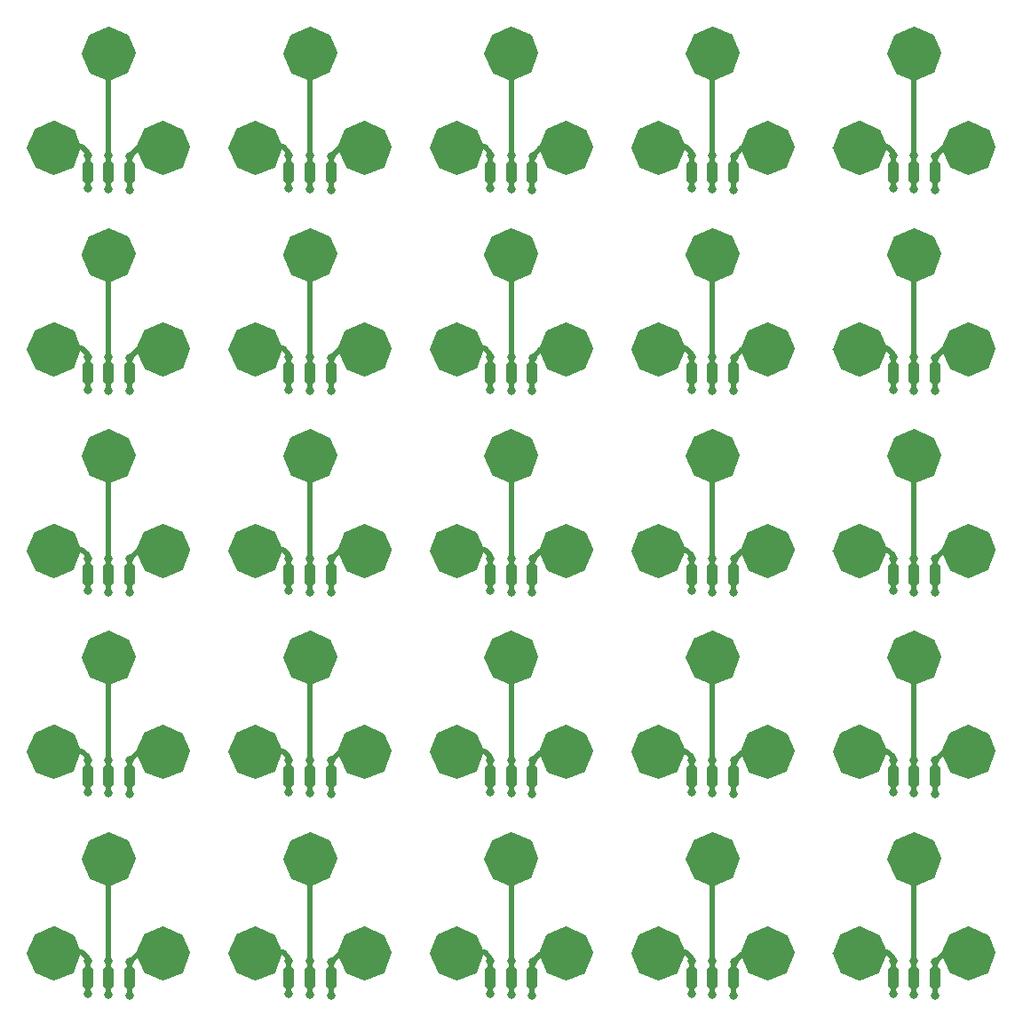
<source format=gbl>
G04 #@! TF.GenerationSoftware,KiCad,Pcbnew,7.0.9*
G04 #@! TF.CreationDate,2024-01-01T14:03:07+01:00*
G04 #@! TF.ProjectId,Nutzen,4e75747a-656e-42e6-9b69-6361645f7063,rev?*
G04 #@! TF.SameCoordinates,Original*
G04 #@! TF.FileFunction,Copper,L2,Bot*
G04 #@! TF.FilePolarity,Positive*
%FSLAX46Y46*%
G04 Gerber Fmt 4.6, Leading zero omitted, Abs format (unit mm)*
G04 Created by KiCad (PCBNEW 7.0.9) date 2024-01-01 14:03:07*
%MOMM*%
%LPD*%
G01*
G04 APERTURE LIST*
G04 Aperture macros list*
%AMRoundRect*
0 Rectangle with rounded corners*
0 $1 Rounding radius*
0 $2 $3 $4 $5 $6 $7 $8 $9 X,Y pos of 4 corners*
0 Add a 4 corners polygon primitive as box body*
4,1,4,$2,$3,$4,$5,$6,$7,$8,$9,$2,$3,0*
0 Add four circle primitives for the rounded corners*
1,1,$1+$1,$2,$3*
1,1,$1+$1,$4,$5*
1,1,$1+$1,$6,$7*
1,1,$1+$1,$8,$9*
0 Add four rect primitives between the rounded corners*
20,1,$1+$1,$2,$3,$4,$5,0*
20,1,$1+$1,$4,$5,$6,$7,0*
20,1,$1+$1,$6,$7,$8,$9,0*
20,1,$1+$1,$8,$9,$2,$3,0*%
G04 Aperture macros list end*
G04 #@! TA.AperFunction,SMDPad,CuDef*
%ADD10RoundRect,0.250000X0.250000X-0.750000X0.250000X0.750000X-0.250000X0.750000X-0.250000X-0.750000X0*%
G04 #@! TD*
G04 #@! TA.AperFunction,ViaPad*
%ADD11C,0.800000*%
G04 #@! TD*
G04 #@! TA.AperFunction,Conductor*
%ADD12C,0.500000*%
G04 #@! TD*
G04 APERTURE END LIST*
D10*
X169650000Y-127200000D03*
X167650000Y-108000000D03*
X167650000Y-88800000D03*
X114050000Y-88800000D03*
X148450000Y-108000000D03*
X110050000Y-127200000D03*
X133250000Y-108000000D03*
X148450000Y-127200000D03*
X171650000Y-88800000D03*
X150450000Y-127200000D03*
X171650000Y-69600000D03*
X112050000Y-50400000D03*
X186850000Y-127200000D03*
X133250000Y-69600000D03*
X188850000Y-69600000D03*
X169650000Y-88800000D03*
X114050000Y-50400000D03*
X112050000Y-88800000D03*
X188850000Y-127200000D03*
X110050000Y-50400000D03*
X152450000Y-69600000D03*
X131250000Y-69600000D03*
X110050000Y-69600000D03*
X190850000Y-108000000D03*
X190850000Y-69600000D03*
X190850000Y-88800000D03*
X148450000Y-69600000D03*
X188850000Y-50400000D03*
X171650000Y-108000000D03*
X131250000Y-127200000D03*
X112050000Y-69600000D03*
X167650000Y-127200000D03*
X131250000Y-88800000D03*
X133250000Y-50400000D03*
X110050000Y-108000000D03*
X148450000Y-88800000D03*
X188850000Y-88800000D03*
X186850000Y-88800000D03*
X150450000Y-50400000D03*
X186850000Y-108000000D03*
X133250000Y-127200000D03*
X190850000Y-50400000D03*
X131250000Y-50400000D03*
X129250000Y-50400000D03*
X129250000Y-127200000D03*
X129250000Y-69600000D03*
X129250000Y-108000000D03*
X148450000Y-50400000D03*
X150450000Y-108000000D03*
X112050000Y-108000000D03*
X169650000Y-50400000D03*
X171650000Y-50400000D03*
X152450000Y-88800000D03*
X150450000Y-88800000D03*
X114050000Y-69600000D03*
X167650000Y-69600000D03*
X129250000Y-88800000D03*
X190850000Y-127200000D03*
X169650000Y-69600000D03*
X152450000Y-127200000D03*
X110050000Y-88800000D03*
X114050000Y-127200000D03*
X114050000Y-108000000D03*
X186850000Y-50400000D03*
X186850000Y-69600000D03*
X112050000Y-127200000D03*
X152450000Y-50400000D03*
X133250000Y-88800000D03*
X171650000Y-127200000D03*
X169650000Y-108000000D03*
X152450000Y-108000000D03*
X131250000Y-108000000D03*
X188850000Y-108000000D03*
X150450000Y-69600000D03*
X167650000Y-50400000D03*
D11*
X171650000Y-52100000D03*
X192000000Y-86500000D03*
X114100000Y-87300000D03*
X153600000Y-86500000D03*
X137950000Y-85100000D03*
X173450000Y-49600000D03*
X119300000Y-105600000D03*
X152450000Y-90500000D03*
X118700000Y-107150000D03*
X190850000Y-109700000D03*
X117250000Y-69300000D03*
X176350000Y-46700000D03*
X134950000Y-65850000D03*
X136450000Y-65200000D03*
X176350000Y-85100000D03*
X192550000Y-104250000D03*
X153600000Y-67300000D03*
X190900000Y-48900000D03*
X117250000Y-107700000D03*
X138500000Y-67200000D03*
X172800000Y-67300000D03*
X157700000Y-48000000D03*
X157100000Y-68750000D03*
X117250000Y-84400000D03*
X176900000Y-105600000D03*
X114050000Y-128900000D03*
X136450000Y-46000000D03*
X190850000Y-128900000D03*
X137950000Y-46700000D03*
X171650000Y-128900000D03*
X138500000Y-105600000D03*
X137900000Y-68750000D03*
X119300000Y-86400000D03*
X137900000Y-126350000D03*
X176350000Y-104300000D03*
X190850000Y-52100000D03*
X195550000Y-85100000D03*
X118750000Y-104300000D03*
X154150000Y-85050000D03*
X138500000Y-48000000D03*
X194050000Y-69300000D03*
X196100000Y-124800000D03*
X174850000Y-103600000D03*
X114050000Y-90500000D03*
X133300000Y-48900000D03*
X115200000Y-86500000D03*
X192650000Y-68800000D03*
X190850000Y-90500000D03*
X155650000Y-88500000D03*
X137900000Y-49550000D03*
X155650000Y-107700000D03*
X171700000Y-68100000D03*
X117250000Y-103600000D03*
X114050000Y-52100000D03*
X117250000Y-126900000D03*
X176900000Y-86400000D03*
X154150000Y-123450000D03*
X155650000Y-126900000D03*
X136450000Y-103600000D03*
X135050000Y-126400000D03*
X134400000Y-48100000D03*
X117250000Y-88500000D03*
X133250000Y-71300000D03*
X154250000Y-68800000D03*
X135050000Y-49600000D03*
X173450000Y-68800000D03*
X115750000Y-85050000D03*
X174850000Y-88500000D03*
X118750000Y-85100000D03*
X114050000Y-109700000D03*
X136450000Y-107700000D03*
X190900000Y-106500000D03*
X114100000Y-68100000D03*
X115850000Y-126400000D03*
X153600000Y-124900000D03*
X196100000Y-86400000D03*
X118750000Y-65900000D03*
X192000000Y-48100000D03*
X155650000Y-50100000D03*
X176900000Y-124800000D03*
X134400000Y-67300000D03*
X115200000Y-105700000D03*
X173450000Y-88000000D03*
X133250000Y-109700000D03*
X137900000Y-87950000D03*
X173350000Y-85050000D03*
X133300000Y-125700000D03*
X134400000Y-86500000D03*
X137950000Y-104300000D03*
X136450000Y-122800000D03*
X157700000Y-86400000D03*
X157100000Y-49550000D03*
X115750000Y-46650000D03*
X196100000Y-48000000D03*
X118700000Y-87950000D03*
X115850000Y-88000000D03*
X136450000Y-88500000D03*
X134400000Y-124900000D03*
X176300000Y-107150000D03*
X135050000Y-88000000D03*
X171700000Y-87300000D03*
X155650000Y-69300000D03*
X195500000Y-49550000D03*
X118700000Y-68750000D03*
X171650000Y-90500000D03*
X192000000Y-67300000D03*
X176350000Y-65900000D03*
X174850000Y-122800000D03*
X154250000Y-126400000D03*
X155650000Y-46000000D03*
X138500000Y-124800000D03*
X195500000Y-68750000D03*
X194050000Y-107700000D03*
X152500000Y-48900000D03*
X171650000Y-71300000D03*
X192000000Y-105700000D03*
X155650000Y-103600000D03*
X114100000Y-125700000D03*
X195550000Y-104300000D03*
X190900000Y-87300000D03*
X118750000Y-123500000D03*
X192650000Y-107200000D03*
X119300000Y-48000000D03*
X134950000Y-85050000D03*
X135050000Y-107200000D03*
X176300000Y-49550000D03*
X195550000Y-46700000D03*
X194050000Y-46000000D03*
X115750000Y-65850000D03*
X194050000Y-126900000D03*
X154150000Y-65850000D03*
X194050000Y-103600000D03*
X171700000Y-106500000D03*
X115200000Y-124900000D03*
X136450000Y-69300000D03*
X171650000Y-109700000D03*
X115200000Y-67300000D03*
X172800000Y-124900000D03*
X173350000Y-65850000D03*
X195500000Y-107150000D03*
X136450000Y-84400000D03*
X134950000Y-104250000D03*
X194050000Y-88500000D03*
X134950000Y-123450000D03*
X192650000Y-88000000D03*
X137950000Y-123500000D03*
X171700000Y-48900000D03*
X152450000Y-109700000D03*
X115850000Y-49600000D03*
X176350000Y-123500000D03*
X154250000Y-49600000D03*
X190900000Y-68100000D03*
X174850000Y-69300000D03*
X118700000Y-49550000D03*
X117250000Y-65200000D03*
X176900000Y-48000000D03*
X153600000Y-105700000D03*
X174850000Y-84400000D03*
X135050000Y-68800000D03*
X157100000Y-87950000D03*
X115750000Y-104250000D03*
X133250000Y-128900000D03*
X176300000Y-126350000D03*
X152450000Y-52100000D03*
X118750000Y-46700000D03*
X115850000Y-107200000D03*
X114100000Y-106500000D03*
X174850000Y-46000000D03*
X155650000Y-65200000D03*
X174850000Y-65200000D03*
X155650000Y-84400000D03*
X172800000Y-86500000D03*
X157150000Y-104300000D03*
X192550000Y-85050000D03*
X194050000Y-50100000D03*
X192650000Y-49600000D03*
X134400000Y-105700000D03*
X192000000Y-124900000D03*
X174850000Y-126900000D03*
X176300000Y-87950000D03*
X173450000Y-107200000D03*
X119300000Y-124800000D03*
X117250000Y-122800000D03*
X152450000Y-71300000D03*
X174850000Y-107700000D03*
X155650000Y-122800000D03*
X195500000Y-87950000D03*
X154250000Y-88000000D03*
X194050000Y-65200000D03*
X157100000Y-126350000D03*
X153600000Y-48100000D03*
X157150000Y-123500000D03*
X152500000Y-106500000D03*
X137900000Y-107150000D03*
X134950000Y-46650000D03*
X136450000Y-126900000D03*
X176900000Y-67200000D03*
X157150000Y-65900000D03*
X157700000Y-124800000D03*
X115850000Y-68800000D03*
X173450000Y-126400000D03*
X114100000Y-48900000D03*
X190850000Y-71300000D03*
X154250000Y-107200000D03*
X196100000Y-67200000D03*
X174850000Y-50100000D03*
X133300000Y-106500000D03*
X152500000Y-68100000D03*
X133250000Y-52100000D03*
X114050000Y-71300000D03*
X192550000Y-46650000D03*
X152450000Y-128900000D03*
X152500000Y-125700000D03*
X173350000Y-46650000D03*
X172800000Y-105700000D03*
X173350000Y-123450000D03*
X119300000Y-67200000D03*
X192650000Y-126400000D03*
X194050000Y-122800000D03*
X196100000Y-105600000D03*
X157700000Y-105600000D03*
X176300000Y-68750000D03*
X195550000Y-123500000D03*
X137950000Y-65900000D03*
X117250000Y-46000000D03*
X154150000Y-104250000D03*
X118700000Y-126350000D03*
X138500000Y-86400000D03*
X157700000Y-67200000D03*
X115200000Y-48100000D03*
X172800000Y-48100000D03*
X133300000Y-87300000D03*
X157150000Y-46700000D03*
X117250000Y-50100000D03*
X154150000Y-46650000D03*
X115750000Y-123450000D03*
X194050000Y-84400000D03*
X133300000Y-68100000D03*
X171700000Y-125700000D03*
X173350000Y-104250000D03*
X195550000Y-65900000D03*
X157150000Y-85100000D03*
X195500000Y-126350000D03*
X192550000Y-123450000D03*
X157100000Y-107150000D03*
X192550000Y-65850000D03*
X152500000Y-87300000D03*
X133250000Y-90500000D03*
X190900000Y-125700000D03*
X136450000Y-50100000D03*
X165900000Y-87950000D03*
X163050000Y-126400000D03*
X108900000Y-86400000D03*
X124650000Y-107200000D03*
X124550000Y-46650000D03*
X124000000Y-124900000D03*
X129250000Y-68050000D03*
X146750000Y-65900000D03*
X108300000Y-49550000D03*
X110050000Y-71150000D03*
X110050000Y-109550000D03*
X162400000Y-67300000D03*
X143200000Y-67300000D03*
X143200000Y-124900000D03*
X163050000Y-68800000D03*
X163050000Y-107200000D03*
X147300000Y-67200000D03*
X167650000Y-48850000D03*
X148450000Y-68050000D03*
X186850000Y-68050000D03*
X146700000Y-68750000D03*
X167650000Y-51950000D03*
X186850000Y-48850000D03*
X182150000Y-104250000D03*
X110050000Y-87250000D03*
X105450000Y-68800000D03*
X124000000Y-86500000D03*
X162400000Y-105700000D03*
X165900000Y-49550000D03*
X167650000Y-87250000D03*
X126050000Y-122800000D03*
X124650000Y-68800000D03*
X143200000Y-86500000D03*
X110050000Y-128750000D03*
X127500000Y-107150000D03*
X186850000Y-109550000D03*
X165900000Y-107150000D03*
X145250000Y-46000000D03*
X124000000Y-105700000D03*
X145250000Y-65200000D03*
X165900000Y-68750000D03*
X129250000Y-128750000D03*
X185150000Y-46700000D03*
X164450000Y-50100000D03*
X164450000Y-107700000D03*
X110050000Y-48850000D03*
X127550000Y-123500000D03*
X104800000Y-105700000D03*
X105350000Y-123450000D03*
X181600000Y-48100000D03*
X185100000Y-87950000D03*
X129250000Y-71150000D03*
X126050000Y-84400000D03*
X164450000Y-46000000D03*
X126050000Y-126900000D03*
X148450000Y-48850000D03*
X143750000Y-85050000D03*
X182250000Y-88000000D03*
X164450000Y-84400000D03*
X143750000Y-65850000D03*
X164450000Y-65200000D03*
X106850000Y-84400000D03*
X164450000Y-88500000D03*
X183650000Y-88500000D03*
X186850000Y-71150000D03*
X165950000Y-65900000D03*
X147300000Y-48000000D03*
X143200000Y-48100000D03*
X104800000Y-124900000D03*
X124650000Y-88000000D03*
X110050000Y-51950000D03*
X167650000Y-109550000D03*
X185100000Y-49550000D03*
X164450000Y-122800000D03*
X105450000Y-126400000D03*
X165950000Y-123500000D03*
X106850000Y-88500000D03*
X129250000Y-87250000D03*
X182150000Y-46650000D03*
X110050000Y-125650000D03*
X110050000Y-106450000D03*
X106850000Y-65200000D03*
X108900000Y-105600000D03*
X127500000Y-87950000D03*
X185700000Y-124800000D03*
X162950000Y-85050000D03*
X108350000Y-104300000D03*
X143850000Y-49600000D03*
X106850000Y-103600000D03*
X108300000Y-68750000D03*
X106850000Y-69300000D03*
X185700000Y-105600000D03*
X165950000Y-85100000D03*
X145250000Y-84400000D03*
X183650000Y-122800000D03*
X145250000Y-103600000D03*
X129250000Y-48850000D03*
X162950000Y-65850000D03*
X148450000Y-90350000D03*
X110050000Y-68050000D03*
X185150000Y-85100000D03*
X146750000Y-104300000D03*
X110050000Y-90350000D03*
X108300000Y-107150000D03*
X148450000Y-106450000D03*
X143200000Y-105700000D03*
X186850000Y-106450000D03*
X126050000Y-107700000D03*
X145250000Y-50100000D03*
X148450000Y-109550000D03*
X106850000Y-122800000D03*
X183650000Y-65200000D03*
X185100000Y-107150000D03*
X146700000Y-107150000D03*
X124650000Y-126400000D03*
X108350000Y-85100000D03*
X186850000Y-51950000D03*
X182250000Y-107200000D03*
X124000000Y-67300000D03*
X143850000Y-68800000D03*
X148450000Y-128750000D03*
X106850000Y-107700000D03*
X148450000Y-71150000D03*
X106850000Y-50100000D03*
X127500000Y-49550000D03*
X143750000Y-104250000D03*
X146750000Y-85100000D03*
X147300000Y-86400000D03*
X147300000Y-124800000D03*
X162950000Y-123450000D03*
X143750000Y-123450000D03*
X129250000Y-106450000D03*
X146750000Y-123500000D03*
X182150000Y-65850000D03*
X127550000Y-85100000D03*
X126050000Y-46000000D03*
X163050000Y-88000000D03*
X129250000Y-90350000D03*
X108300000Y-87950000D03*
X182150000Y-85050000D03*
X105350000Y-46650000D03*
X186850000Y-128750000D03*
X183650000Y-84400000D03*
X124550000Y-123450000D03*
X104800000Y-48100000D03*
X108350000Y-46700000D03*
X183650000Y-107700000D03*
X124550000Y-65850000D03*
X182250000Y-126400000D03*
X185150000Y-65900000D03*
X145250000Y-107700000D03*
X182250000Y-68800000D03*
X164450000Y-103600000D03*
X128100000Y-48000000D03*
X146700000Y-49550000D03*
X167650000Y-125650000D03*
X162950000Y-104250000D03*
X127500000Y-68750000D03*
X145250000Y-122800000D03*
X165950000Y-104300000D03*
X145250000Y-126900000D03*
X143850000Y-126400000D03*
X129250000Y-109550000D03*
X183650000Y-50100000D03*
X124550000Y-85050000D03*
X148450000Y-125650000D03*
X167650000Y-106450000D03*
X183650000Y-69300000D03*
X181600000Y-67300000D03*
X105450000Y-49600000D03*
X108900000Y-48000000D03*
X166500000Y-86400000D03*
X185700000Y-48000000D03*
X105450000Y-107200000D03*
X148450000Y-51950000D03*
X143850000Y-107200000D03*
X124000000Y-48100000D03*
X105350000Y-85050000D03*
X126050000Y-103600000D03*
X167650000Y-90350000D03*
X105350000Y-65850000D03*
X185700000Y-86400000D03*
X129250000Y-51950000D03*
X128100000Y-105600000D03*
X148450000Y-87250000D03*
X167650000Y-128750000D03*
X106850000Y-126900000D03*
X165950000Y-46700000D03*
X147300000Y-105600000D03*
X145250000Y-88500000D03*
X182250000Y-49600000D03*
X108350000Y-123500000D03*
X166500000Y-105600000D03*
X185100000Y-68750000D03*
X146700000Y-126350000D03*
X108900000Y-67200000D03*
X124550000Y-104250000D03*
X181600000Y-105700000D03*
X104800000Y-86500000D03*
X105450000Y-88000000D03*
X166500000Y-67200000D03*
X124650000Y-49600000D03*
X127500000Y-126350000D03*
X186850000Y-87250000D03*
X146750000Y-46700000D03*
X127550000Y-104300000D03*
X162400000Y-86500000D03*
X164450000Y-126900000D03*
X183650000Y-46000000D03*
X185150000Y-123500000D03*
X128100000Y-86400000D03*
X126050000Y-50100000D03*
X128100000Y-124800000D03*
X126050000Y-65200000D03*
X167650000Y-71150000D03*
X126050000Y-88500000D03*
X186850000Y-125650000D03*
X146700000Y-87950000D03*
X128100000Y-67200000D03*
X181600000Y-86500000D03*
X182150000Y-123450000D03*
X162400000Y-124900000D03*
X166500000Y-124800000D03*
X106850000Y-46000000D03*
X183650000Y-126900000D03*
X163050000Y-49600000D03*
X186850000Y-90350000D03*
X185150000Y-104300000D03*
X185700000Y-67200000D03*
X167650000Y-68050000D03*
X127550000Y-46700000D03*
X105350000Y-104250000D03*
X108350000Y-65900000D03*
X108300000Y-126350000D03*
X145250000Y-69300000D03*
X185100000Y-126350000D03*
X104800000Y-67300000D03*
X162400000Y-48100000D03*
X129250000Y-125650000D03*
X162950000Y-46650000D03*
X166500000Y-48000000D03*
X165900000Y-126350000D03*
X143750000Y-46650000D03*
X126050000Y-69300000D03*
X108900000Y-124800000D03*
X181600000Y-124900000D03*
X164450000Y-69300000D03*
X183650000Y-103600000D03*
X127550000Y-65900000D03*
X143850000Y-88000000D03*
X110000000Y-39100000D03*
X131250000Y-60300000D03*
X132750000Y-114500000D03*
X171700000Y-39000000D03*
X186800000Y-77500000D03*
X112050000Y-56200000D03*
X171100000Y-117350000D03*
X169650000Y-117900000D03*
X190350000Y-114500000D03*
X110650000Y-117400000D03*
X187450000Y-59800000D03*
X129850000Y-59800000D03*
X150450000Y-68050000D03*
X113500000Y-59750000D03*
X150450000Y-90450000D03*
X113500000Y-117350000D03*
X110550000Y-114450000D03*
X150450000Y-52050000D03*
X131250000Y-109650000D03*
X150450000Y-75400000D03*
X152500000Y-39000000D03*
X132700000Y-40550000D03*
X171150000Y-114500000D03*
X188850000Y-98700000D03*
X188850000Y-117900000D03*
X129200000Y-77500000D03*
X129200000Y-58300000D03*
X132750000Y-56900000D03*
X151900000Y-40550000D03*
X167600000Y-96700000D03*
X171700000Y-77400000D03*
X110650000Y-79000000D03*
X188850000Y-75400000D03*
X132750000Y-37700000D03*
X168250000Y-98200000D03*
X187450000Y-117400000D03*
X171150000Y-37700000D03*
X169650000Y-71250000D03*
X112050000Y-52050000D03*
X167600000Y-77500000D03*
X133300000Y-58200000D03*
X133300000Y-39000000D03*
X129200000Y-96700000D03*
X187350000Y-114450000D03*
X148950000Y-114450000D03*
X188850000Y-60300000D03*
X169650000Y-52050000D03*
X129850000Y-117400000D03*
X131250000Y-128850000D03*
X169650000Y-41100000D03*
X188850000Y-128850000D03*
X190900000Y-58200000D03*
X188850000Y-90450000D03*
X148950000Y-56850000D03*
X188850000Y-71250000D03*
X187350000Y-76050000D03*
X148400000Y-77500000D03*
X190900000Y-39000000D03*
X113500000Y-98150000D03*
X129850000Y-98200000D03*
X151950000Y-95300000D03*
X110550000Y-76050000D03*
X188850000Y-68050000D03*
X151900000Y-78950000D03*
X110650000Y-59800000D03*
X112050000Y-60300000D03*
X188850000Y-125650000D03*
X169650000Y-87250000D03*
X113550000Y-95300000D03*
X187450000Y-98200000D03*
X190900000Y-77400000D03*
X131250000Y-41100000D03*
X190350000Y-76100000D03*
X112050000Y-94600000D03*
X112050000Y-71250000D03*
X152500000Y-77400000D03*
X110000000Y-115900000D03*
X168250000Y-59800000D03*
X171150000Y-95300000D03*
X110000000Y-77500000D03*
X148950000Y-95250000D03*
X188850000Y-37000000D03*
X112050000Y-128850000D03*
X190900000Y-115800000D03*
X150450000Y-106450000D03*
X151900000Y-98150000D03*
X131250000Y-87250000D03*
X171100000Y-98150000D03*
X150450000Y-48850000D03*
X171700000Y-96600000D03*
X110550000Y-56850000D03*
X114100000Y-96600000D03*
X131250000Y-56200000D03*
X171150000Y-56900000D03*
X169650000Y-98700000D03*
X190300000Y-117350000D03*
X131250000Y-90450000D03*
X167600000Y-58300000D03*
X148400000Y-39100000D03*
X131250000Y-52050000D03*
X129750000Y-114450000D03*
X149050000Y-117400000D03*
X169650000Y-90450000D03*
X169650000Y-109650000D03*
X186800000Y-39100000D03*
X171100000Y-59750000D03*
X132750000Y-76100000D03*
X169650000Y-94600000D03*
X132700000Y-98150000D03*
X131250000Y-37000000D03*
X131250000Y-75400000D03*
X188850000Y-41100000D03*
X112050000Y-48850000D03*
X188850000Y-52050000D03*
X149050000Y-98200000D03*
X188850000Y-48850000D03*
X131250000Y-98700000D03*
X187350000Y-37650000D03*
X168150000Y-95250000D03*
X113550000Y-114500000D03*
X129750000Y-37650000D03*
X151950000Y-37700000D03*
X186800000Y-115900000D03*
X131250000Y-117900000D03*
X188850000Y-109650000D03*
X151950000Y-76100000D03*
X114100000Y-115800000D03*
X131250000Y-79500000D03*
X169650000Y-128850000D03*
X186800000Y-96700000D03*
X110000000Y-58300000D03*
X131250000Y-113800000D03*
X112050000Y-79500000D03*
X168150000Y-114450000D03*
X150450000Y-94600000D03*
X188850000Y-87250000D03*
X187450000Y-40600000D03*
X151900000Y-117350000D03*
X131250000Y-48850000D03*
X171100000Y-78950000D03*
X133300000Y-115800000D03*
X150450000Y-109650000D03*
X190300000Y-78950000D03*
X112050000Y-41100000D03*
X131250000Y-125650000D03*
X188850000Y-106450000D03*
X129750000Y-56850000D03*
X187450000Y-79000000D03*
X110550000Y-95250000D03*
X188850000Y-113800000D03*
X110000000Y-96700000D03*
X132700000Y-78950000D03*
X113500000Y-78950000D03*
X190300000Y-40550000D03*
X129850000Y-79000000D03*
X168150000Y-37650000D03*
X150450000Y-113800000D03*
X171150000Y-76100000D03*
X114100000Y-39000000D03*
X150450000Y-87250000D03*
X112050000Y-75400000D03*
X150450000Y-79500000D03*
X150450000Y-41100000D03*
X114100000Y-58200000D03*
X110650000Y-98200000D03*
X169650000Y-75400000D03*
X113500000Y-40550000D03*
X152500000Y-58200000D03*
X190350000Y-37700000D03*
X151950000Y-114500000D03*
X151900000Y-59750000D03*
X149050000Y-59800000D03*
X169650000Y-37000000D03*
X169650000Y-79500000D03*
X188850000Y-79500000D03*
X148400000Y-115900000D03*
X167600000Y-39100000D03*
X131250000Y-94600000D03*
X132700000Y-59750000D03*
X190350000Y-56900000D03*
X110650000Y-40600000D03*
X167600000Y-115900000D03*
X150450000Y-71250000D03*
X168150000Y-56850000D03*
X112050000Y-37000000D03*
X168250000Y-79000000D03*
X171100000Y-40550000D03*
X112050000Y-98700000D03*
X190300000Y-98150000D03*
X113550000Y-56900000D03*
X148950000Y-76050000D03*
X169650000Y-48850000D03*
X110550000Y-37650000D03*
X112050000Y-106450000D03*
X169650000Y-68050000D03*
X112050000Y-68050000D03*
X131250000Y-71250000D03*
X152500000Y-96600000D03*
X150450000Y-60300000D03*
X132750000Y-95300000D03*
X186800000Y-58300000D03*
X188850000Y-56200000D03*
X131250000Y-106450000D03*
X188850000Y-94600000D03*
X131250000Y-68050000D03*
X132700000Y-117350000D03*
X113550000Y-76100000D03*
X152500000Y-115800000D03*
X169650000Y-113800000D03*
X169650000Y-106450000D03*
X112050000Y-113800000D03*
X150450000Y-125650000D03*
X150450000Y-56200000D03*
X168250000Y-117400000D03*
X151950000Y-56900000D03*
X149050000Y-79000000D03*
X171700000Y-58200000D03*
X187350000Y-56850000D03*
X129200000Y-115900000D03*
X187350000Y-95250000D03*
X113550000Y-37700000D03*
X149050000Y-40600000D03*
X129750000Y-76050000D03*
X171700000Y-115800000D03*
X114100000Y-77400000D03*
X190350000Y-95300000D03*
X150450000Y-128850000D03*
X112050000Y-109650000D03*
X112050000Y-117900000D03*
X112050000Y-87250000D03*
X148950000Y-37650000D03*
X129750000Y-95250000D03*
X169650000Y-56200000D03*
X150450000Y-117900000D03*
X112050000Y-90450000D03*
X133300000Y-77400000D03*
X169650000Y-60300000D03*
X168150000Y-76050000D03*
X169650000Y-125650000D03*
X148400000Y-58300000D03*
X190300000Y-59750000D03*
X133300000Y-96600000D03*
X112050000Y-125650000D03*
X129200000Y-39100000D03*
X168250000Y-40600000D03*
X190900000Y-96600000D03*
X148400000Y-96700000D03*
X150450000Y-37000000D03*
X150450000Y-98700000D03*
X129850000Y-40600000D03*
D12*
X133250000Y-50400000D02*
X133250000Y-52100000D01*
X152450000Y-87650000D02*
X152450000Y-88800000D01*
X190900000Y-125700000D02*
X191700000Y-124900000D01*
X190900000Y-48900000D02*
X191700000Y-48100000D01*
X190850000Y-126050000D02*
X190850000Y-127200000D01*
X134100000Y-124900000D02*
X134400000Y-124900000D01*
X152500000Y-87300000D02*
X152500000Y-87600000D01*
X133250000Y-87650000D02*
X133250000Y-88800000D01*
X152450000Y-68450000D02*
X152450000Y-69600000D01*
X190900000Y-87600000D02*
X190850000Y-87650000D01*
X171700000Y-68400000D02*
X171650000Y-68450000D01*
X133250000Y-68450000D02*
X133250000Y-69600000D01*
X133300000Y-125700000D02*
X133300000Y-126000000D01*
X134100000Y-86500000D02*
X134400000Y-86500000D01*
X190900000Y-126000000D02*
X190850000Y-126050000D01*
X114100000Y-68100000D02*
X114100000Y-68400000D01*
X171650000Y-106850000D02*
X171650000Y-108000000D01*
X152500000Y-125700000D02*
X153300000Y-124900000D01*
X114100000Y-87300000D02*
X114900000Y-86500000D01*
X190850000Y-49250000D02*
X190850000Y-50400000D01*
X190850000Y-68450000D02*
X190850000Y-69600000D01*
X171650000Y-127200000D02*
X171650000Y-128900000D01*
X190900000Y-87300000D02*
X190900000Y-87600000D01*
X172500000Y-105700000D02*
X172800000Y-105700000D01*
X114100000Y-87300000D02*
X114100000Y-87600000D01*
X171700000Y-48900000D02*
X171700000Y-49200000D01*
X190850000Y-50400000D02*
X190850000Y-52100000D01*
X114900000Y-67300000D02*
X115200000Y-67300000D01*
X133250000Y-127200000D02*
X133250000Y-128900000D01*
X133300000Y-106500000D02*
X134100000Y-105700000D01*
X152500000Y-68400000D02*
X152450000Y-68450000D01*
X171700000Y-106500000D02*
X171700000Y-106800000D01*
X114900000Y-105700000D02*
X115200000Y-105700000D01*
X152450000Y-49250000D02*
X152450000Y-50400000D01*
X134100000Y-48100000D02*
X134400000Y-48100000D01*
X133300000Y-68100000D02*
X134100000Y-67300000D01*
X190900000Y-48900000D02*
X190900000Y-49200000D01*
X114100000Y-106800000D02*
X114050000Y-106850000D01*
X190900000Y-106500000D02*
X190900000Y-106800000D01*
X171650000Y-49250000D02*
X171650000Y-50400000D01*
X171700000Y-106500000D02*
X172500000Y-105700000D01*
X152500000Y-106500000D02*
X152500000Y-106800000D01*
X171650000Y-108000000D02*
X171650000Y-109700000D01*
X114900000Y-48100000D02*
X115200000Y-48100000D01*
X152450000Y-50400000D02*
X152450000Y-52100000D01*
X152500000Y-68100000D02*
X152500000Y-68400000D01*
X152450000Y-69600000D02*
X152450000Y-71300000D01*
X133300000Y-68100000D02*
X133300000Y-68400000D01*
X171650000Y-88800000D02*
X171650000Y-90500000D01*
X152450000Y-127200000D02*
X152450000Y-128900000D01*
X133300000Y-48900000D02*
X133300000Y-49200000D01*
X153300000Y-67300000D02*
X153600000Y-67300000D01*
X114050000Y-68450000D02*
X114050000Y-69600000D01*
X133300000Y-106500000D02*
X133300000Y-106800000D01*
X114050000Y-106850000D02*
X114050000Y-108000000D01*
X133300000Y-87300000D02*
X133300000Y-87600000D01*
X190850000Y-106850000D02*
X190850000Y-108000000D01*
X190850000Y-127200000D02*
X190850000Y-128900000D01*
X134100000Y-105700000D02*
X134400000Y-105700000D01*
X114100000Y-126000000D02*
X114050000Y-126050000D01*
X171700000Y-87300000D02*
X171700000Y-87600000D01*
X133300000Y-68400000D02*
X133250000Y-68450000D01*
X114100000Y-125700000D02*
X114900000Y-124900000D01*
X171700000Y-87300000D02*
X172500000Y-86500000D01*
X191700000Y-105700000D02*
X192000000Y-105700000D01*
X190850000Y-88800000D02*
X190850000Y-90500000D01*
X133250000Y-69600000D02*
X133250000Y-71300000D01*
X152450000Y-88800000D02*
X152450000Y-90500000D01*
X172500000Y-67300000D02*
X172800000Y-67300000D01*
X114900000Y-86500000D02*
X115200000Y-86500000D01*
X133300000Y-48900000D02*
X134100000Y-48100000D01*
X134100000Y-67300000D02*
X134400000Y-67300000D01*
X133300000Y-87300000D02*
X134100000Y-86500000D01*
X171650000Y-87650000D02*
X171650000Y-88800000D01*
X152500000Y-48900000D02*
X153300000Y-48100000D01*
X114100000Y-125700000D02*
X114100000Y-126000000D01*
X152500000Y-125700000D02*
X152500000Y-126000000D01*
X152450000Y-106850000D02*
X152450000Y-108000000D01*
X171700000Y-49200000D02*
X171650000Y-49250000D01*
X190900000Y-49200000D02*
X190850000Y-49250000D01*
X171700000Y-125700000D02*
X171700000Y-126000000D01*
X152500000Y-106800000D02*
X152450000Y-106850000D01*
X171650000Y-68450000D02*
X171650000Y-69600000D01*
X152450000Y-108000000D02*
X152450000Y-109700000D01*
X191700000Y-86500000D02*
X192000000Y-86500000D01*
X171700000Y-125700000D02*
X172500000Y-124900000D01*
X114050000Y-69600000D02*
X114050000Y-71300000D01*
X172500000Y-48100000D02*
X172800000Y-48100000D01*
X133300000Y-125700000D02*
X134100000Y-124900000D01*
X114050000Y-127200000D02*
X114050000Y-128900000D01*
X152500000Y-87600000D02*
X152450000Y-87650000D01*
X133250000Y-106850000D02*
X133250000Y-108000000D01*
X152500000Y-126000000D02*
X152450000Y-126050000D01*
X171700000Y-126000000D02*
X171650000Y-126050000D01*
X114900000Y-124900000D02*
X115200000Y-124900000D01*
X153300000Y-86500000D02*
X153600000Y-86500000D01*
X171650000Y-69600000D02*
X171650000Y-71300000D01*
X133250000Y-49250000D02*
X133250000Y-50400000D01*
X171700000Y-48900000D02*
X172500000Y-48100000D01*
X152500000Y-87300000D02*
X153300000Y-86500000D01*
X190850000Y-87650000D02*
X190850000Y-88800000D01*
X133300000Y-87600000D02*
X133250000Y-87650000D01*
X171650000Y-126050000D02*
X171650000Y-127200000D01*
X133300000Y-49200000D02*
X133250000Y-49250000D01*
X133250000Y-126050000D02*
X133250000Y-127200000D01*
X190900000Y-68100000D02*
X191700000Y-67300000D01*
X190850000Y-108000000D02*
X190850000Y-109700000D01*
X133300000Y-126000000D02*
X133250000Y-126050000D01*
X152500000Y-49200000D02*
X152450000Y-49250000D01*
X114050000Y-87650000D02*
X114050000Y-88800000D01*
X171700000Y-68100000D02*
X171700000Y-68400000D01*
X114050000Y-108000000D02*
X114050000Y-109700000D01*
X114050000Y-49250000D02*
X114050000Y-50400000D01*
X114100000Y-68100000D02*
X114900000Y-67300000D01*
X190900000Y-125700000D02*
X190900000Y-126000000D01*
X190900000Y-106500000D02*
X191700000Y-105700000D01*
X114100000Y-87600000D02*
X114050000Y-87650000D01*
X152500000Y-48900000D02*
X152500000Y-49200000D01*
X191700000Y-48100000D02*
X192000000Y-48100000D01*
X114100000Y-68400000D02*
X114050000Y-68450000D01*
X191700000Y-124900000D02*
X192000000Y-124900000D01*
X190900000Y-68400000D02*
X190850000Y-68450000D01*
X190900000Y-68100000D02*
X190900000Y-68400000D01*
X190900000Y-87300000D02*
X191700000Y-86500000D01*
X133300000Y-106800000D02*
X133250000Y-106850000D01*
X171700000Y-106800000D02*
X171650000Y-106850000D01*
X114100000Y-106500000D02*
X114100000Y-106800000D01*
X153300000Y-105700000D02*
X153600000Y-105700000D01*
X114050000Y-126050000D02*
X114050000Y-127200000D01*
X114050000Y-88800000D02*
X114050000Y-90500000D01*
X114050000Y-50400000D02*
X114050000Y-52100000D01*
X190900000Y-106800000D02*
X190850000Y-106850000D01*
X153300000Y-48100000D02*
X153600000Y-48100000D01*
X133250000Y-88800000D02*
X133250000Y-90500000D01*
X171650000Y-50400000D02*
X171650000Y-52100000D01*
X133250000Y-108000000D02*
X133250000Y-109700000D01*
X114100000Y-48900000D02*
X114900000Y-48100000D01*
X172500000Y-86500000D02*
X172800000Y-86500000D01*
X171700000Y-87600000D02*
X171650000Y-87650000D01*
X153300000Y-124900000D02*
X153600000Y-124900000D01*
X171700000Y-68100000D02*
X172500000Y-67300000D01*
X191700000Y-67300000D02*
X192000000Y-67300000D01*
X190850000Y-69600000D02*
X190850000Y-71300000D01*
X152450000Y-126050000D02*
X152450000Y-127200000D01*
X172500000Y-124900000D02*
X172800000Y-124900000D01*
X152500000Y-68100000D02*
X153300000Y-67300000D01*
X114100000Y-48900000D02*
X114100000Y-49200000D01*
X152500000Y-106500000D02*
X153300000Y-105700000D01*
X114100000Y-106500000D02*
X114900000Y-105700000D01*
X114100000Y-49200000D02*
X114050000Y-49250000D01*
X129250000Y-50400000D02*
X129250000Y-51950000D01*
X110050000Y-49150000D02*
X110050000Y-49150000D01*
X186850000Y-49150000D02*
X186850000Y-49150000D01*
X128700000Y-67200000D02*
X128100000Y-67200000D01*
X186850000Y-127200000D02*
X186850000Y-128750000D01*
X186850000Y-125350000D02*
X186300000Y-124800000D01*
X110050000Y-106150000D02*
X109500000Y-105600000D01*
X167650000Y-88800000D02*
X167650000Y-87550000D01*
X167650000Y-106450000D02*
X167650000Y-106150000D01*
X110050000Y-87550000D02*
X110050000Y-87250000D01*
X129250000Y-106150000D02*
X128700000Y-105600000D01*
X110050000Y-68050000D02*
X110050000Y-67750000D01*
X129250000Y-69600000D02*
X129250000Y-68350000D01*
X110050000Y-50400000D02*
X110050000Y-49150000D01*
X148450000Y-106150000D02*
X147900000Y-105600000D01*
X167650000Y-106750000D02*
X167650000Y-106750000D01*
X148450000Y-87550000D02*
X148450000Y-87250000D01*
X110050000Y-125950000D02*
X110050000Y-125650000D01*
X148450000Y-87250000D02*
X148450000Y-86950000D01*
X186850000Y-50400000D02*
X186850000Y-49150000D01*
X129250000Y-125350000D02*
X128700000Y-124800000D01*
X186850000Y-108000000D02*
X186850000Y-109550000D01*
X186850000Y-86950000D02*
X186300000Y-86400000D01*
X186850000Y-106750000D02*
X186850000Y-106750000D01*
X186850000Y-106150000D02*
X186300000Y-105600000D01*
X110050000Y-69600000D02*
X110050000Y-68350000D01*
X186850000Y-106750000D02*
X186850000Y-106450000D01*
X110050000Y-127200000D02*
X110050000Y-128750000D01*
X186300000Y-86400000D02*
X185700000Y-86400000D01*
X148450000Y-67750000D02*
X147900000Y-67200000D01*
X129250000Y-48850000D02*
X129250000Y-48550000D01*
X129250000Y-106450000D02*
X129250000Y-106150000D01*
X129250000Y-106750000D02*
X129250000Y-106450000D01*
X167100000Y-48000000D02*
X166500000Y-48000000D01*
X110050000Y-67750000D02*
X109500000Y-67200000D01*
X129250000Y-68350000D02*
X129250000Y-68050000D01*
X186850000Y-68350000D02*
X186850000Y-68050000D01*
X129250000Y-108000000D02*
X129250000Y-106750000D01*
X186850000Y-125650000D02*
X186850000Y-125350000D01*
X110050000Y-106450000D02*
X110050000Y-106150000D01*
X110050000Y-86950000D02*
X109500000Y-86400000D01*
X186850000Y-67750000D02*
X186300000Y-67200000D01*
X129250000Y-69600000D02*
X129250000Y-71150000D01*
X110050000Y-49150000D02*
X110050000Y-48850000D01*
X110050000Y-127200000D02*
X110050000Y-125950000D01*
X186300000Y-124800000D02*
X185700000Y-124800000D01*
X109500000Y-67200000D02*
X108900000Y-67200000D01*
X109500000Y-86400000D02*
X108900000Y-86400000D01*
X167650000Y-125950000D02*
X167650000Y-125650000D01*
X148450000Y-108000000D02*
X148450000Y-109550000D01*
X186850000Y-50400000D02*
X186850000Y-51950000D01*
X110050000Y-87250000D02*
X110050000Y-86950000D01*
X148450000Y-69600000D02*
X148450000Y-68350000D01*
X110050000Y-106750000D02*
X110050000Y-106450000D01*
X129250000Y-68050000D02*
X129250000Y-67750000D01*
X148450000Y-87550000D02*
X148450000Y-87550000D01*
X167650000Y-48850000D02*
X167650000Y-48550000D01*
X167650000Y-87550000D02*
X167650000Y-87550000D01*
X129250000Y-87550000D02*
X129250000Y-87250000D01*
X148450000Y-127200000D02*
X148450000Y-128750000D01*
X129250000Y-108000000D02*
X129250000Y-109550000D01*
X148450000Y-125950000D02*
X148450000Y-125950000D01*
X167650000Y-106750000D02*
X167650000Y-106450000D01*
X148450000Y-127200000D02*
X148450000Y-125950000D01*
X167650000Y-69600000D02*
X167650000Y-68350000D01*
X129250000Y-106750000D02*
X129250000Y-106750000D01*
X129250000Y-125650000D02*
X129250000Y-125350000D01*
X167100000Y-67200000D02*
X166500000Y-67200000D01*
X148450000Y-69600000D02*
X148450000Y-71150000D01*
X110050000Y-108000000D02*
X110050000Y-106750000D01*
X186850000Y-49150000D02*
X186850000Y-48850000D01*
X186850000Y-87550000D02*
X186850000Y-87550000D01*
X148450000Y-106450000D02*
X148450000Y-106150000D01*
X129250000Y-50400000D02*
X129250000Y-49150000D01*
X186850000Y-87550000D02*
X186850000Y-87250000D01*
X167650000Y-87250000D02*
X167650000Y-86950000D01*
X129250000Y-48550000D02*
X128700000Y-48000000D01*
X167650000Y-127200000D02*
X167650000Y-128750000D01*
X147900000Y-67200000D02*
X147300000Y-67200000D01*
X129250000Y-88800000D02*
X129250000Y-90350000D01*
X186850000Y-69600000D02*
X186850000Y-71150000D01*
X129250000Y-87250000D02*
X129250000Y-86950000D01*
X109500000Y-124800000D02*
X108900000Y-124800000D01*
X148450000Y-108000000D02*
X148450000Y-106750000D01*
X110050000Y-108000000D02*
X110050000Y-109550000D01*
X148450000Y-48550000D02*
X147900000Y-48000000D01*
X129250000Y-125950000D02*
X129250000Y-125950000D01*
X148450000Y-68050000D02*
X148450000Y-67750000D01*
X148450000Y-48850000D02*
X148450000Y-48550000D01*
X186850000Y-48850000D02*
X186850000Y-48550000D01*
X129250000Y-125950000D02*
X129250000Y-125650000D01*
X129250000Y-127200000D02*
X129250000Y-128750000D01*
X148450000Y-88800000D02*
X148450000Y-90350000D01*
X148450000Y-86950000D02*
X147900000Y-86400000D01*
X128700000Y-105600000D02*
X128100000Y-105600000D01*
X129250000Y-87550000D02*
X129250000Y-87550000D01*
X129250000Y-49150000D02*
X129250000Y-49150000D01*
X110050000Y-48550000D02*
X109500000Y-48000000D01*
X167650000Y-68050000D02*
X167650000Y-67750000D01*
X110050000Y-125950000D02*
X110050000Y-125950000D01*
X186300000Y-48000000D02*
X185700000Y-48000000D01*
X148450000Y-106750000D02*
X148450000Y-106450000D01*
X129250000Y-86950000D02*
X128700000Y-86400000D01*
X148450000Y-125350000D02*
X147900000Y-124800000D01*
X167650000Y-50400000D02*
X167650000Y-51950000D01*
X167650000Y-108000000D02*
X167650000Y-109550000D01*
X167650000Y-127200000D02*
X167650000Y-125950000D01*
X167650000Y-69600000D02*
X167650000Y-71150000D01*
X148450000Y-49150000D02*
X148450000Y-49150000D01*
X147900000Y-124800000D02*
X147300000Y-124800000D01*
X186850000Y-88800000D02*
X186850000Y-90350000D01*
X110050000Y-68350000D02*
X110050000Y-68050000D01*
X129250000Y-88800000D02*
X129250000Y-87550000D01*
X186850000Y-125950000D02*
X186850000Y-125650000D01*
X186300000Y-67200000D02*
X185700000Y-67200000D01*
X167100000Y-86400000D02*
X166500000Y-86400000D01*
X147900000Y-48000000D02*
X147300000Y-48000000D01*
X129250000Y-49150000D02*
X129250000Y-48850000D01*
X129250000Y-68350000D02*
X129250000Y-68350000D01*
X129250000Y-67750000D02*
X128700000Y-67200000D01*
X167650000Y-49150000D02*
X167650000Y-49150000D01*
X186850000Y-106450000D02*
X186850000Y-106150000D01*
X167650000Y-86950000D02*
X167100000Y-86400000D01*
X167650000Y-67750000D02*
X167100000Y-67200000D01*
X148450000Y-106750000D02*
X148450000Y-106750000D01*
X167650000Y-88800000D02*
X167650000Y-90350000D01*
X186300000Y-105600000D02*
X185700000Y-105600000D01*
X110050000Y-69600000D02*
X110050000Y-71150000D01*
X186850000Y-48550000D02*
X186300000Y-48000000D01*
X167650000Y-48550000D02*
X167100000Y-48000000D01*
X148450000Y-125950000D02*
X148450000Y-125650000D01*
X186850000Y-68050000D02*
X186850000Y-67750000D01*
X167650000Y-106150000D02*
X167100000Y-105600000D01*
X110050000Y-50400000D02*
X110050000Y-51950000D01*
X167650000Y-49150000D02*
X167650000Y-48850000D01*
X167650000Y-108000000D02*
X167650000Y-106750000D01*
X147900000Y-105600000D02*
X147300000Y-105600000D01*
X148450000Y-88800000D02*
X148450000Y-87550000D01*
X110050000Y-88800000D02*
X110050000Y-87550000D01*
X186850000Y-68350000D02*
X186850000Y-68350000D01*
X167650000Y-125950000D02*
X167650000Y-125950000D01*
X186850000Y-87250000D02*
X186850000Y-86950000D01*
X148450000Y-125650000D02*
X148450000Y-125350000D01*
X186850000Y-127200000D02*
X186850000Y-125950000D01*
X167650000Y-125650000D02*
X167650000Y-125350000D01*
X128700000Y-124800000D02*
X128100000Y-124800000D01*
X167650000Y-87550000D02*
X167650000Y-87250000D01*
X110050000Y-125350000D02*
X109500000Y-124800000D01*
X109500000Y-48000000D02*
X108900000Y-48000000D01*
X110050000Y-87550000D02*
X110050000Y-87550000D01*
X128700000Y-86400000D02*
X128100000Y-86400000D01*
X148450000Y-49150000D02*
X148450000Y-48850000D01*
X148450000Y-68350000D02*
X148450000Y-68050000D01*
X167100000Y-124800000D02*
X166500000Y-124800000D01*
X186850000Y-88800000D02*
X186850000Y-87550000D01*
X186850000Y-125950000D02*
X186850000Y-125950000D01*
X110050000Y-68350000D02*
X110050000Y-68350000D01*
X110050000Y-125650000D02*
X110050000Y-125350000D01*
X148450000Y-50400000D02*
X148450000Y-51950000D01*
X148450000Y-68350000D02*
X148450000Y-68350000D01*
X147900000Y-86400000D02*
X147300000Y-86400000D01*
X109500000Y-105600000D02*
X108900000Y-105600000D01*
X129250000Y-127200000D02*
X129250000Y-125950000D01*
X167650000Y-68350000D02*
X167650000Y-68050000D01*
X128700000Y-48000000D02*
X128100000Y-48000000D01*
X148450000Y-50400000D02*
X148450000Y-49150000D01*
X110050000Y-88800000D02*
X110050000Y-90350000D01*
X186850000Y-69600000D02*
X186850000Y-68350000D01*
X167650000Y-125350000D02*
X167100000Y-124800000D01*
X167650000Y-68350000D02*
X167650000Y-68350000D01*
X167100000Y-105600000D02*
X166500000Y-105600000D01*
X167650000Y-50400000D02*
X167650000Y-49150000D01*
X110050000Y-48850000D02*
X110050000Y-48550000D01*
X186850000Y-108000000D02*
X186850000Y-106750000D01*
X110050000Y-106750000D02*
X110050000Y-106750000D01*
X112050000Y-48850000D02*
X112050000Y-41100000D01*
X131250000Y-71250000D02*
X131250000Y-71200000D01*
X169650000Y-127200000D02*
X169650000Y-125650000D01*
X112050000Y-128850000D02*
X112050000Y-128800000D01*
X188850000Y-108000000D02*
X188850000Y-109650000D01*
X112050000Y-90450000D02*
X112050000Y-90400000D01*
X169650000Y-125650000D02*
X169650000Y-117900000D01*
X150450000Y-108000000D02*
X150450000Y-106450000D01*
X150450000Y-68050000D02*
X150450000Y-60300000D01*
X188850000Y-48850000D02*
X188850000Y-41100000D01*
X150450000Y-108000000D02*
X150450000Y-109650000D01*
X112050000Y-125650000D02*
X112050000Y-117900000D01*
X131250000Y-68050000D02*
X131250000Y-60300000D01*
X150450000Y-69600000D02*
X150450000Y-68050000D01*
X188850000Y-128850000D02*
X188850000Y-128800000D01*
X169650000Y-87250000D02*
X169650000Y-79500000D01*
X188850000Y-127200000D02*
X188850000Y-128850000D01*
X188850000Y-71250000D02*
X188850000Y-71200000D01*
X150450000Y-69600000D02*
X150450000Y-71250000D01*
X131250000Y-52050000D02*
X131250000Y-52000000D01*
X112050000Y-69600000D02*
X112050000Y-68050000D01*
X131250000Y-50400000D02*
X131250000Y-52050000D01*
X131250000Y-88800000D02*
X131250000Y-90450000D01*
X112050000Y-108000000D02*
X112050000Y-109650000D01*
X131250000Y-127200000D02*
X131250000Y-128850000D01*
X112050000Y-109650000D02*
X112050000Y-109600000D01*
X112050000Y-88800000D02*
X112050000Y-90450000D01*
X150450000Y-52050000D02*
X150450000Y-52000000D01*
X131250000Y-87250000D02*
X131250000Y-79500000D01*
X188850000Y-108000000D02*
X188850000Y-106450000D01*
X188850000Y-69600000D02*
X188850000Y-68050000D01*
X169650000Y-109650000D02*
X169650000Y-109600000D01*
X150450000Y-109650000D02*
X150450000Y-109600000D01*
X188850000Y-50400000D02*
X188850000Y-48850000D01*
X188850000Y-69600000D02*
X188850000Y-71250000D01*
X131250000Y-108000000D02*
X131250000Y-109650000D01*
X112050000Y-127200000D02*
X112050000Y-128850000D01*
X188850000Y-87250000D02*
X188850000Y-79500000D01*
X112050000Y-127200000D02*
X112050000Y-125650000D01*
X112050000Y-87250000D02*
X112050000Y-79500000D01*
X112050000Y-69600000D02*
X112050000Y-71250000D01*
X169650000Y-108000000D02*
X169650000Y-106450000D01*
X169650000Y-88800000D02*
X169650000Y-90450000D01*
X150450000Y-87250000D02*
X150450000Y-79500000D01*
X150450000Y-50400000D02*
X150450000Y-48850000D01*
X188850000Y-52050000D02*
X188850000Y-52000000D01*
X169650000Y-69600000D02*
X169650000Y-68050000D01*
X131250000Y-128850000D02*
X131250000Y-128800000D01*
X169650000Y-90450000D02*
X169650000Y-90400000D01*
X131250000Y-108000000D02*
X131250000Y-106450000D01*
X169650000Y-108000000D02*
X169650000Y-109650000D01*
X169650000Y-71250000D02*
X169650000Y-71200000D01*
X169650000Y-106450000D02*
X169650000Y-98700000D01*
X131250000Y-90450000D02*
X131250000Y-90400000D01*
X112050000Y-108000000D02*
X112050000Y-106450000D01*
X169650000Y-48850000D02*
X169650000Y-41100000D01*
X169650000Y-128850000D02*
X169650000Y-128800000D01*
X188850000Y-127200000D02*
X188850000Y-125650000D01*
X131250000Y-50400000D02*
X131250000Y-48850000D01*
X131250000Y-69600000D02*
X131250000Y-68050000D01*
X112050000Y-88800000D02*
X112050000Y-87250000D01*
X188850000Y-125650000D02*
X188850000Y-117900000D01*
X169650000Y-127200000D02*
X169650000Y-128850000D01*
X150450000Y-128850000D02*
X150450000Y-128800000D01*
X150450000Y-125650000D02*
X150450000Y-117900000D01*
X188850000Y-106450000D02*
X188850000Y-98700000D01*
X188850000Y-90450000D02*
X188850000Y-90400000D01*
X112050000Y-52050000D02*
X112050000Y-52000000D01*
X112050000Y-68050000D02*
X112050000Y-60300000D01*
X150450000Y-50400000D02*
X150450000Y-52050000D01*
X169650000Y-50400000D02*
X169650000Y-52050000D01*
X169650000Y-52050000D02*
X169650000Y-52000000D01*
X150450000Y-71250000D02*
X150450000Y-71200000D01*
X150450000Y-127200000D02*
X150450000Y-125650000D01*
X150450000Y-90450000D02*
X150450000Y-90400000D01*
X169650000Y-50400000D02*
X169650000Y-48850000D01*
X169650000Y-69600000D02*
X169650000Y-71250000D01*
X188850000Y-109650000D02*
X188850000Y-109600000D01*
X131250000Y-127200000D02*
X131250000Y-125650000D01*
X131250000Y-109650000D02*
X131250000Y-109600000D01*
X150450000Y-88800000D02*
X150450000Y-87250000D01*
X112050000Y-71250000D02*
X112050000Y-71200000D01*
X131250000Y-106450000D02*
X131250000Y-98700000D01*
X188850000Y-88800000D02*
X188850000Y-90450000D01*
X131250000Y-125650000D02*
X131250000Y-117900000D01*
X112050000Y-50400000D02*
X112050000Y-48850000D01*
X188850000Y-50400000D02*
X188850000Y-52050000D01*
X169650000Y-88800000D02*
X169650000Y-87250000D01*
X131250000Y-69600000D02*
X131250000Y-71250000D01*
X150450000Y-48850000D02*
X150450000Y-41100000D01*
X131250000Y-88800000D02*
X131250000Y-87250000D01*
X150450000Y-106450000D02*
X150450000Y-98700000D01*
X169650000Y-68050000D02*
X169650000Y-60300000D01*
X131250000Y-48850000D02*
X131250000Y-41100000D01*
X188850000Y-68050000D02*
X188850000Y-60300000D01*
X112050000Y-106450000D02*
X112050000Y-98700000D01*
X112050000Y-50400000D02*
X112050000Y-52050000D01*
X150450000Y-88800000D02*
X150450000Y-90450000D01*
X150450000Y-127200000D02*
X150450000Y-128850000D01*
X188850000Y-88800000D02*
X188850000Y-87250000D01*
G04 #@! TA.AperFunction,Conductor*
G36*
X136519203Y-103132796D02*
G01*
X138324931Y-103940622D01*
X138378088Y-103985967D01*
X138388446Y-104005383D01*
X139049835Y-105564372D01*
X139057896Y-105633775D01*
X139051418Y-105657313D01*
X138338721Y-107510325D01*
X138296283Y-107565830D01*
X138269573Y-107580728D01*
X136515690Y-108291762D01*
X136446167Y-108298706D01*
X136423051Y-108291977D01*
X134766043Y-107629174D01*
X134711109Y-107586000D01*
X134698906Y-107564680D01*
X134697046Y-107560523D01*
X133891287Y-105759413D01*
X133881878Y-105690180D01*
X133890012Y-105661088D01*
X134600149Y-103956760D01*
X134644103Y-103902450D01*
X134665387Y-103890642D01*
X136419352Y-103132171D01*
X136488696Y-103123631D01*
X136519203Y-103132796D01*
G37*
G04 #@! TD.AperFunction*
G04 #@! TA.AperFunction,Conductor*
G36*
X106919203Y-83932796D02*
G01*
X108724931Y-84740622D01*
X108778088Y-84785967D01*
X108788446Y-84805383D01*
X109449835Y-86364372D01*
X109457896Y-86433775D01*
X109451418Y-86457313D01*
X108738721Y-88310325D01*
X108696283Y-88365830D01*
X108669573Y-88380728D01*
X106915690Y-89091762D01*
X106846167Y-89098706D01*
X106823051Y-89091977D01*
X105166043Y-88429174D01*
X105111109Y-88386000D01*
X105098906Y-88364680D01*
X105097046Y-88360523D01*
X104291287Y-86559413D01*
X104281878Y-86490180D01*
X104290012Y-86461088D01*
X105000149Y-84756760D01*
X105044103Y-84702450D01*
X105065387Y-84690642D01*
X106819352Y-83932171D01*
X106888696Y-83923631D01*
X106919203Y-83932796D01*
G37*
G04 #@! TD.AperFunction*
G04 #@! TA.AperFunction,Conductor*
G36*
X174919203Y-45532796D02*
G01*
X176724931Y-46340622D01*
X176778088Y-46385967D01*
X176788446Y-46405383D01*
X177449835Y-47964372D01*
X177457896Y-48033775D01*
X177451418Y-48057313D01*
X176738721Y-49910325D01*
X176696283Y-49965830D01*
X176669573Y-49980728D01*
X174915690Y-50691762D01*
X174846167Y-50698706D01*
X174823051Y-50691977D01*
X173166043Y-50029174D01*
X173111109Y-49986000D01*
X173098906Y-49964680D01*
X173097046Y-49960523D01*
X172291287Y-48159413D01*
X172281878Y-48090180D01*
X172290012Y-48061088D01*
X173000149Y-46356760D01*
X173044103Y-46302450D01*
X173065387Y-46290642D01*
X174819352Y-45532171D01*
X174888696Y-45523631D01*
X174919203Y-45532796D01*
G37*
G04 #@! TD.AperFunction*
G04 #@! TA.AperFunction,Conductor*
G36*
X174919203Y-122332796D02*
G01*
X176724931Y-123140622D01*
X176778088Y-123185967D01*
X176788446Y-123205383D01*
X177449835Y-124764372D01*
X177457896Y-124833775D01*
X177451418Y-124857313D01*
X176738721Y-126710325D01*
X176696283Y-126765830D01*
X176669573Y-126780728D01*
X174915690Y-127491762D01*
X174846167Y-127498706D01*
X174823051Y-127491977D01*
X173166043Y-126829174D01*
X173111109Y-126786000D01*
X173098906Y-126764680D01*
X173097046Y-126760523D01*
X172291287Y-124959413D01*
X172281878Y-124890180D01*
X172290012Y-124861088D01*
X173000149Y-123156760D01*
X173044103Y-123102450D01*
X173065387Y-123090642D01*
X174819352Y-122332171D01*
X174888696Y-122323631D01*
X174919203Y-122332796D01*
G37*
G04 #@! TD.AperFunction*
G04 #@! TA.AperFunction,Conductor*
G36*
X131319203Y-113332796D02*
G01*
X133124931Y-114140622D01*
X133178088Y-114185967D01*
X133188446Y-114205383D01*
X133849835Y-115764372D01*
X133857896Y-115833775D01*
X133851418Y-115857313D01*
X133138721Y-117710325D01*
X133096283Y-117765830D01*
X133069573Y-117780728D01*
X131315690Y-118491762D01*
X131246167Y-118498706D01*
X131223051Y-118491977D01*
X129566043Y-117829174D01*
X129511109Y-117786000D01*
X129498906Y-117764680D01*
X129497046Y-117760523D01*
X128691287Y-115959413D01*
X128681878Y-115890180D01*
X128690012Y-115861088D01*
X129400149Y-114156760D01*
X129444103Y-114102450D01*
X129465387Y-114090642D01*
X131219352Y-113332171D01*
X131288696Y-113323631D01*
X131319203Y-113332796D01*
G37*
G04 #@! TD.AperFunction*
G04 #@! TA.AperFunction,Conductor*
G36*
X150519203Y-36532796D02*
G01*
X152324931Y-37340622D01*
X152378088Y-37385967D01*
X152388446Y-37405383D01*
X153049835Y-38964372D01*
X153057896Y-39033775D01*
X153051418Y-39057313D01*
X152338721Y-40910325D01*
X152296283Y-40965830D01*
X152269573Y-40980728D01*
X150515690Y-41691762D01*
X150446167Y-41698706D01*
X150423051Y-41691977D01*
X148766043Y-41029174D01*
X148711109Y-40986000D01*
X148698906Y-40964680D01*
X148697046Y-40960523D01*
X147891287Y-39159413D01*
X147881878Y-39090180D01*
X147890012Y-39061088D01*
X148600149Y-37356760D01*
X148644103Y-37302450D01*
X148665387Y-37290642D01*
X150419352Y-36532171D01*
X150488696Y-36523631D01*
X150519203Y-36532796D01*
G37*
G04 #@! TD.AperFunction*
G04 #@! TA.AperFunction,Conductor*
G36*
X164519203Y-45532796D02*
G01*
X166324931Y-46340622D01*
X166378088Y-46385967D01*
X166388446Y-46405383D01*
X167049835Y-47964372D01*
X167057896Y-48033775D01*
X167051418Y-48057313D01*
X166338721Y-49910325D01*
X166296283Y-49965830D01*
X166269573Y-49980728D01*
X164515690Y-50691762D01*
X164446167Y-50698706D01*
X164423051Y-50691977D01*
X162766043Y-50029174D01*
X162711109Y-49986000D01*
X162698906Y-49964680D01*
X162697046Y-49960523D01*
X161891287Y-48159413D01*
X161881878Y-48090180D01*
X161890012Y-48061088D01*
X162600149Y-46356760D01*
X162644103Y-46302450D01*
X162665387Y-46290642D01*
X164419352Y-45532171D01*
X164488696Y-45523631D01*
X164519203Y-45532796D01*
G37*
G04 #@! TD.AperFunction*
G04 #@! TA.AperFunction,Conductor*
G36*
X155719203Y-45532796D02*
G01*
X157524931Y-46340622D01*
X157578088Y-46385967D01*
X157588446Y-46405383D01*
X158249835Y-47964372D01*
X158257896Y-48033775D01*
X158251418Y-48057313D01*
X157538721Y-49910325D01*
X157496283Y-49965830D01*
X157469573Y-49980728D01*
X155715690Y-50691762D01*
X155646167Y-50698706D01*
X155623051Y-50691977D01*
X153966043Y-50029174D01*
X153911109Y-49986000D01*
X153898906Y-49964680D01*
X153897046Y-49960523D01*
X153091287Y-48159413D01*
X153081878Y-48090180D01*
X153090012Y-48061088D01*
X153800149Y-46356760D01*
X153844103Y-46302450D01*
X153865387Y-46290642D01*
X155619352Y-45532171D01*
X155688696Y-45523631D01*
X155719203Y-45532796D01*
G37*
G04 #@! TD.AperFunction*
G04 #@! TA.AperFunction,Conductor*
G36*
X188919203Y-113332796D02*
G01*
X190724931Y-114140622D01*
X190778088Y-114185967D01*
X190788446Y-114205383D01*
X191449835Y-115764372D01*
X191457896Y-115833775D01*
X191451418Y-115857313D01*
X190738721Y-117710325D01*
X190696283Y-117765830D01*
X190669573Y-117780728D01*
X188915690Y-118491762D01*
X188846167Y-118498706D01*
X188823051Y-118491977D01*
X187166043Y-117829174D01*
X187111109Y-117786000D01*
X187098906Y-117764680D01*
X187097046Y-117760523D01*
X186291287Y-115959413D01*
X186281878Y-115890180D01*
X186290012Y-115861088D01*
X187000149Y-114156760D01*
X187044103Y-114102450D01*
X187065387Y-114090642D01*
X188819352Y-113332171D01*
X188888696Y-113323631D01*
X188919203Y-113332796D01*
G37*
G04 #@! TD.AperFunction*
G04 #@! TA.AperFunction,Conductor*
G36*
X145319203Y-45532796D02*
G01*
X147124931Y-46340622D01*
X147178088Y-46385967D01*
X147188446Y-46405383D01*
X147849835Y-47964372D01*
X147857896Y-48033775D01*
X147851418Y-48057313D01*
X147138721Y-49910325D01*
X147096283Y-49965830D01*
X147069573Y-49980728D01*
X145315690Y-50691762D01*
X145246167Y-50698706D01*
X145223051Y-50691977D01*
X143566043Y-50029174D01*
X143511109Y-49986000D01*
X143498906Y-49964680D01*
X143497046Y-49960523D01*
X142691287Y-48159413D01*
X142681878Y-48090180D01*
X142690012Y-48061088D01*
X143400149Y-46356760D01*
X143444103Y-46302450D01*
X143465387Y-46290642D01*
X145219352Y-45532171D01*
X145288696Y-45523631D01*
X145319203Y-45532796D01*
G37*
G04 #@! TD.AperFunction*
G04 #@! TA.AperFunction,Conductor*
G36*
X131319203Y-55732796D02*
G01*
X133124931Y-56540622D01*
X133178088Y-56585967D01*
X133188446Y-56605383D01*
X133849835Y-58164372D01*
X133857896Y-58233775D01*
X133851418Y-58257313D01*
X133138721Y-60110325D01*
X133096283Y-60165830D01*
X133069573Y-60180728D01*
X131315690Y-60891762D01*
X131246167Y-60898706D01*
X131223051Y-60891977D01*
X129566043Y-60229174D01*
X129511109Y-60186000D01*
X129498906Y-60164680D01*
X129497046Y-60160523D01*
X128691287Y-58359413D01*
X128681878Y-58290180D01*
X128690012Y-58261088D01*
X129400149Y-56556760D01*
X129444103Y-56502450D01*
X129465387Y-56490642D01*
X131219352Y-55732171D01*
X131288696Y-55723631D01*
X131319203Y-55732796D01*
G37*
G04 #@! TD.AperFunction*
G04 #@! TA.AperFunction,Conductor*
G36*
X183719203Y-45532796D02*
G01*
X185524931Y-46340622D01*
X185578088Y-46385967D01*
X185588446Y-46405383D01*
X186249835Y-47964372D01*
X186257896Y-48033775D01*
X186251418Y-48057313D01*
X185538721Y-49910325D01*
X185496283Y-49965830D01*
X185469573Y-49980728D01*
X183715690Y-50691762D01*
X183646167Y-50698706D01*
X183623051Y-50691977D01*
X181966043Y-50029174D01*
X181911109Y-49986000D01*
X181898906Y-49964680D01*
X181897046Y-49960523D01*
X181091287Y-48159413D01*
X181081878Y-48090180D01*
X181090012Y-48061088D01*
X181800149Y-46356760D01*
X181844103Y-46302450D01*
X181865387Y-46290642D01*
X183619352Y-45532171D01*
X183688696Y-45523631D01*
X183719203Y-45532796D01*
G37*
G04 #@! TD.AperFunction*
G04 #@! TA.AperFunction,Conductor*
G36*
X106919203Y-45532796D02*
G01*
X108724931Y-46340622D01*
X108778088Y-46385967D01*
X108788446Y-46405383D01*
X109449835Y-47964372D01*
X109457896Y-48033775D01*
X109451418Y-48057313D01*
X108738721Y-49910325D01*
X108696283Y-49965830D01*
X108669573Y-49980728D01*
X106915690Y-50691762D01*
X106846167Y-50698706D01*
X106823051Y-50691977D01*
X105166043Y-50029174D01*
X105111109Y-49986000D01*
X105098906Y-49964680D01*
X105097046Y-49960523D01*
X104291287Y-48159413D01*
X104281878Y-48090180D01*
X104290012Y-48061088D01*
X105000149Y-46356760D01*
X105044103Y-46302450D01*
X105065387Y-46290642D01*
X106819352Y-45532171D01*
X106888696Y-45523631D01*
X106919203Y-45532796D01*
G37*
G04 #@! TD.AperFunction*
G04 #@! TA.AperFunction,Conductor*
G36*
X145319203Y-122332796D02*
G01*
X147124931Y-123140622D01*
X147178088Y-123185967D01*
X147188446Y-123205383D01*
X147849835Y-124764372D01*
X147857896Y-124833775D01*
X147851418Y-124857313D01*
X147138721Y-126710325D01*
X147096283Y-126765830D01*
X147069573Y-126780728D01*
X145315690Y-127491762D01*
X145246167Y-127498706D01*
X145223051Y-127491977D01*
X143566043Y-126829174D01*
X143511109Y-126786000D01*
X143498906Y-126764680D01*
X143497046Y-126760523D01*
X142691287Y-124959413D01*
X142681878Y-124890180D01*
X142690012Y-124861088D01*
X143400149Y-123156760D01*
X143444103Y-123102450D01*
X143465387Y-123090642D01*
X145219352Y-122332171D01*
X145288696Y-122323631D01*
X145319203Y-122332796D01*
G37*
G04 #@! TD.AperFunction*
G04 #@! TA.AperFunction,Conductor*
G36*
X126119203Y-103132796D02*
G01*
X127924931Y-103940622D01*
X127978088Y-103985967D01*
X127988446Y-104005383D01*
X128649835Y-105564372D01*
X128657896Y-105633775D01*
X128651418Y-105657313D01*
X127938721Y-107510325D01*
X127896283Y-107565830D01*
X127869573Y-107580728D01*
X126115690Y-108291762D01*
X126046167Y-108298706D01*
X126023051Y-108291977D01*
X124366043Y-107629174D01*
X124311109Y-107586000D01*
X124298906Y-107564680D01*
X124297046Y-107560523D01*
X123491287Y-105759413D01*
X123481878Y-105690180D01*
X123490012Y-105661088D01*
X124200149Y-103956760D01*
X124244103Y-103902450D01*
X124265387Y-103890642D01*
X126019352Y-103132171D01*
X126088696Y-103123631D01*
X126119203Y-103132796D01*
G37*
G04 #@! TD.AperFunction*
G04 #@! TA.AperFunction,Conductor*
G36*
X155719203Y-83932796D02*
G01*
X157524931Y-84740622D01*
X157578088Y-84785967D01*
X157588446Y-84805383D01*
X158249835Y-86364372D01*
X158257896Y-86433775D01*
X158251418Y-86457313D01*
X157538721Y-88310325D01*
X157496283Y-88365830D01*
X157469573Y-88380728D01*
X155715690Y-89091762D01*
X155646167Y-89098706D01*
X155623051Y-89091977D01*
X153966043Y-88429174D01*
X153911109Y-88386000D01*
X153898906Y-88364680D01*
X153897046Y-88360523D01*
X153091287Y-86559413D01*
X153081878Y-86490180D01*
X153090012Y-86461088D01*
X153800149Y-84756760D01*
X153844103Y-84702450D01*
X153865387Y-84690642D01*
X155619352Y-83932171D01*
X155688696Y-83923631D01*
X155719203Y-83932796D01*
G37*
G04 #@! TD.AperFunction*
G04 #@! TA.AperFunction,Conductor*
G36*
X136519203Y-122332796D02*
G01*
X138324931Y-123140622D01*
X138378088Y-123185967D01*
X138388446Y-123205383D01*
X139049835Y-124764372D01*
X139057896Y-124833775D01*
X139051418Y-124857313D01*
X138338721Y-126710325D01*
X138296283Y-126765830D01*
X138269573Y-126780728D01*
X136515690Y-127491762D01*
X136446167Y-127498706D01*
X136423051Y-127491977D01*
X134766043Y-126829174D01*
X134711109Y-126786000D01*
X134698906Y-126764680D01*
X134697046Y-126760523D01*
X133891287Y-124959413D01*
X133881878Y-124890180D01*
X133890012Y-124861088D01*
X134600149Y-123156760D01*
X134644103Y-123102450D01*
X134665387Y-123090642D01*
X136419352Y-122332171D01*
X136488696Y-122323631D01*
X136519203Y-122332796D01*
G37*
G04 #@! TD.AperFunction*
G04 #@! TA.AperFunction,Conductor*
G36*
X145319203Y-83932796D02*
G01*
X147124931Y-84740622D01*
X147178088Y-84785967D01*
X147188446Y-84805383D01*
X147849835Y-86364372D01*
X147857896Y-86433775D01*
X147851418Y-86457313D01*
X147138721Y-88310325D01*
X147096283Y-88365830D01*
X147069573Y-88380728D01*
X145315690Y-89091762D01*
X145246167Y-89098706D01*
X145223051Y-89091977D01*
X143566043Y-88429174D01*
X143511109Y-88386000D01*
X143498906Y-88364680D01*
X143497046Y-88360523D01*
X142691287Y-86559413D01*
X142681878Y-86490180D01*
X142690012Y-86461088D01*
X143400149Y-84756760D01*
X143444103Y-84702450D01*
X143465387Y-84690642D01*
X145219352Y-83932171D01*
X145288696Y-83923631D01*
X145319203Y-83932796D01*
G37*
G04 #@! TD.AperFunction*
G04 #@! TA.AperFunction,Conductor*
G36*
X126119203Y-83932796D02*
G01*
X127924931Y-84740622D01*
X127978088Y-84785967D01*
X127988446Y-84805383D01*
X128649835Y-86364372D01*
X128657896Y-86433775D01*
X128651418Y-86457313D01*
X127938721Y-88310325D01*
X127896283Y-88365830D01*
X127869573Y-88380728D01*
X126115690Y-89091762D01*
X126046167Y-89098706D01*
X126023051Y-89091977D01*
X124366043Y-88429174D01*
X124311109Y-88386000D01*
X124298906Y-88364680D01*
X124297046Y-88360523D01*
X123491287Y-86559413D01*
X123481878Y-86490180D01*
X123490012Y-86461088D01*
X124200149Y-84756760D01*
X124244103Y-84702450D01*
X124265387Y-84690642D01*
X126019352Y-83932171D01*
X126088696Y-83923631D01*
X126119203Y-83932796D01*
G37*
G04 #@! TD.AperFunction*
G04 #@! TA.AperFunction,Conductor*
G36*
X169719203Y-55732796D02*
G01*
X171524931Y-56540622D01*
X171578088Y-56585967D01*
X171588446Y-56605383D01*
X172249835Y-58164372D01*
X172257896Y-58233775D01*
X172251418Y-58257313D01*
X171538721Y-60110325D01*
X171496283Y-60165830D01*
X171469573Y-60180728D01*
X169715690Y-60891762D01*
X169646167Y-60898706D01*
X169623051Y-60891977D01*
X167966043Y-60229174D01*
X167911109Y-60186000D01*
X167898906Y-60164680D01*
X167897046Y-60160523D01*
X167091287Y-58359413D01*
X167081878Y-58290180D01*
X167090012Y-58261088D01*
X167800149Y-56556760D01*
X167844103Y-56502450D01*
X167865387Y-56490642D01*
X169619352Y-55732171D01*
X169688696Y-55723631D01*
X169719203Y-55732796D01*
G37*
G04 #@! TD.AperFunction*
G04 #@! TA.AperFunction,Conductor*
G36*
X126119203Y-64732796D02*
G01*
X127924931Y-65540622D01*
X127978088Y-65585967D01*
X127988446Y-65605383D01*
X128649835Y-67164372D01*
X128657896Y-67233775D01*
X128651418Y-67257313D01*
X127938721Y-69110325D01*
X127896283Y-69165830D01*
X127869573Y-69180728D01*
X126115690Y-69891762D01*
X126046167Y-69898706D01*
X126023051Y-69891977D01*
X124366043Y-69229174D01*
X124311109Y-69186000D01*
X124298906Y-69164680D01*
X124297046Y-69160523D01*
X123491287Y-67359413D01*
X123481878Y-67290180D01*
X123490012Y-67261088D01*
X124200149Y-65556760D01*
X124244103Y-65502450D01*
X124265387Y-65490642D01*
X126019352Y-64732171D01*
X126088696Y-64723631D01*
X126119203Y-64732796D01*
G37*
G04 #@! TD.AperFunction*
G04 #@! TA.AperFunction,Conductor*
G36*
X164519203Y-103132796D02*
G01*
X166324931Y-103940622D01*
X166378088Y-103985967D01*
X166388446Y-104005383D01*
X167049835Y-105564372D01*
X167057896Y-105633775D01*
X167051418Y-105657313D01*
X166338721Y-107510325D01*
X166296283Y-107565830D01*
X166269573Y-107580728D01*
X164515690Y-108291762D01*
X164446167Y-108298706D01*
X164423051Y-108291977D01*
X162766043Y-107629174D01*
X162711109Y-107586000D01*
X162698906Y-107564680D01*
X162697046Y-107560523D01*
X161891287Y-105759413D01*
X161881878Y-105690180D01*
X161890012Y-105661088D01*
X162600149Y-103956760D01*
X162644103Y-103902450D01*
X162665387Y-103890642D01*
X164419352Y-103132171D01*
X164488696Y-103123631D01*
X164519203Y-103132796D01*
G37*
G04 #@! TD.AperFunction*
G04 #@! TA.AperFunction,Conductor*
G36*
X194119203Y-83932796D02*
G01*
X195924931Y-84740622D01*
X195978088Y-84785967D01*
X195988446Y-84805383D01*
X196649835Y-86364372D01*
X196657896Y-86433775D01*
X196651418Y-86457313D01*
X195938721Y-88310325D01*
X195896283Y-88365830D01*
X195869573Y-88380728D01*
X194115690Y-89091762D01*
X194046167Y-89098706D01*
X194023051Y-89091977D01*
X192366043Y-88429174D01*
X192311109Y-88386000D01*
X192298906Y-88364680D01*
X192297046Y-88360523D01*
X191491287Y-86559413D01*
X191481878Y-86490180D01*
X191490012Y-86461088D01*
X192200149Y-84756760D01*
X192244103Y-84702450D01*
X192265387Y-84690642D01*
X194019352Y-83932171D01*
X194088696Y-83923631D01*
X194119203Y-83932796D01*
G37*
G04 #@! TD.AperFunction*
G04 #@! TA.AperFunction,Conductor*
G36*
X188919203Y-55732796D02*
G01*
X190724931Y-56540622D01*
X190778088Y-56585967D01*
X190788446Y-56605383D01*
X191449835Y-58164372D01*
X191457896Y-58233775D01*
X191451418Y-58257313D01*
X190738721Y-60110325D01*
X190696283Y-60165830D01*
X190669573Y-60180728D01*
X188915690Y-60891762D01*
X188846167Y-60898706D01*
X188823051Y-60891977D01*
X187166043Y-60229174D01*
X187111109Y-60186000D01*
X187098906Y-60164680D01*
X187097046Y-60160523D01*
X186291287Y-58359413D01*
X186281878Y-58290180D01*
X186290012Y-58261088D01*
X187000149Y-56556760D01*
X187044103Y-56502450D01*
X187065387Y-56490642D01*
X188819352Y-55732171D01*
X188888696Y-55723631D01*
X188919203Y-55732796D01*
G37*
G04 #@! TD.AperFunction*
G04 #@! TA.AperFunction,Conductor*
G36*
X145319203Y-103132796D02*
G01*
X147124931Y-103940622D01*
X147178088Y-103985967D01*
X147188446Y-104005383D01*
X147849835Y-105564372D01*
X147857896Y-105633775D01*
X147851418Y-105657313D01*
X147138721Y-107510325D01*
X147096283Y-107565830D01*
X147069573Y-107580728D01*
X145315690Y-108291762D01*
X145246167Y-108298706D01*
X145223051Y-108291977D01*
X143566043Y-107629174D01*
X143511109Y-107586000D01*
X143498906Y-107564680D01*
X143497046Y-107560523D01*
X142691287Y-105759413D01*
X142681878Y-105690180D01*
X142690012Y-105661088D01*
X143400149Y-103956760D01*
X143444103Y-103902450D01*
X143465387Y-103890642D01*
X145219352Y-103132171D01*
X145288696Y-103123631D01*
X145319203Y-103132796D01*
G37*
G04 #@! TD.AperFunction*
G04 #@! TA.AperFunction,Conductor*
G36*
X150519203Y-94132796D02*
G01*
X152324931Y-94940622D01*
X152378088Y-94985967D01*
X152388446Y-95005383D01*
X153049835Y-96564372D01*
X153057896Y-96633775D01*
X153051418Y-96657313D01*
X152338721Y-98510325D01*
X152296283Y-98565830D01*
X152269573Y-98580728D01*
X150515690Y-99291762D01*
X150446167Y-99298706D01*
X150423051Y-99291977D01*
X148766043Y-98629174D01*
X148711109Y-98586000D01*
X148698906Y-98564680D01*
X148697046Y-98560523D01*
X147891287Y-96759413D01*
X147881878Y-96690180D01*
X147890012Y-96661088D01*
X148600149Y-94956760D01*
X148644103Y-94902450D01*
X148665387Y-94890642D01*
X150419352Y-94132171D01*
X150488696Y-94123631D01*
X150519203Y-94132796D01*
G37*
G04 #@! TD.AperFunction*
G04 #@! TA.AperFunction,Conductor*
G36*
X183719203Y-64732796D02*
G01*
X185524931Y-65540622D01*
X185578088Y-65585967D01*
X185588446Y-65605383D01*
X186249835Y-67164372D01*
X186257896Y-67233775D01*
X186251418Y-67257313D01*
X185538721Y-69110325D01*
X185496283Y-69165830D01*
X185469573Y-69180728D01*
X183715690Y-69891762D01*
X183646167Y-69898706D01*
X183623051Y-69891977D01*
X181966043Y-69229174D01*
X181911109Y-69186000D01*
X181898906Y-69164680D01*
X181897046Y-69160523D01*
X181091287Y-67359413D01*
X181081878Y-67290180D01*
X181090012Y-67261088D01*
X181800149Y-65556760D01*
X181844103Y-65502450D01*
X181865387Y-65490642D01*
X183619352Y-64732171D01*
X183688696Y-64723631D01*
X183719203Y-64732796D01*
G37*
G04 #@! TD.AperFunction*
G04 #@! TA.AperFunction,Conductor*
G36*
X155719203Y-103132796D02*
G01*
X157524931Y-103940622D01*
X157578088Y-103985967D01*
X157588446Y-104005383D01*
X158249835Y-105564372D01*
X158257896Y-105633775D01*
X158251418Y-105657313D01*
X157538721Y-107510325D01*
X157496283Y-107565830D01*
X157469573Y-107580728D01*
X155715690Y-108291762D01*
X155646167Y-108298706D01*
X155623051Y-108291977D01*
X153966043Y-107629174D01*
X153911109Y-107586000D01*
X153898906Y-107564680D01*
X153897046Y-107560523D01*
X153091287Y-105759413D01*
X153081878Y-105690180D01*
X153090012Y-105661088D01*
X153800149Y-103956760D01*
X153844103Y-103902450D01*
X153865387Y-103890642D01*
X155619352Y-103132171D01*
X155688696Y-103123631D01*
X155719203Y-103132796D01*
G37*
G04 #@! TD.AperFunction*
G04 #@! TA.AperFunction,Conductor*
G36*
X112119203Y-36532796D02*
G01*
X113924931Y-37340622D01*
X113978088Y-37385967D01*
X113988446Y-37405383D01*
X114649835Y-38964372D01*
X114657896Y-39033775D01*
X114651418Y-39057313D01*
X113938721Y-40910325D01*
X113896283Y-40965830D01*
X113869573Y-40980728D01*
X112115690Y-41691762D01*
X112046167Y-41698706D01*
X112023051Y-41691977D01*
X110366043Y-41029174D01*
X110311109Y-40986000D01*
X110298906Y-40964680D01*
X110297046Y-40960523D01*
X109491287Y-39159413D01*
X109481878Y-39090180D01*
X109490012Y-39061088D01*
X110200149Y-37356760D01*
X110244103Y-37302450D01*
X110265387Y-37290642D01*
X112019352Y-36532171D01*
X112088696Y-36523631D01*
X112119203Y-36532796D01*
G37*
G04 #@! TD.AperFunction*
G04 #@! TA.AperFunction,Conductor*
G36*
X117319203Y-64732796D02*
G01*
X119124931Y-65540622D01*
X119178088Y-65585967D01*
X119188446Y-65605383D01*
X119849835Y-67164372D01*
X119857896Y-67233775D01*
X119851418Y-67257313D01*
X119138721Y-69110325D01*
X119096283Y-69165830D01*
X119069573Y-69180728D01*
X117315690Y-69891762D01*
X117246167Y-69898706D01*
X117223051Y-69891977D01*
X115566043Y-69229174D01*
X115511109Y-69186000D01*
X115498906Y-69164680D01*
X115497046Y-69160523D01*
X114691287Y-67359413D01*
X114681878Y-67290180D01*
X114690012Y-67261088D01*
X115400149Y-65556760D01*
X115444103Y-65502450D01*
X115465387Y-65490642D01*
X117219352Y-64732171D01*
X117288696Y-64723631D01*
X117319203Y-64732796D01*
G37*
G04 #@! TD.AperFunction*
G04 #@! TA.AperFunction,Conductor*
G36*
X164519203Y-122332796D02*
G01*
X166324931Y-123140622D01*
X166378088Y-123185967D01*
X166388446Y-123205383D01*
X167049835Y-124764372D01*
X167057896Y-124833775D01*
X167051418Y-124857313D01*
X166338721Y-126710325D01*
X166296283Y-126765830D01*
X166269573Y-126780728D01*
X164515690Y-127491762D01*
X164446167Y-127498706D01*
X164423051Y-127491977D01*
X162766043Y-126829174D01*
X162711109Y-126786000D01*
X162698906Y-126764680D01*
X162697046Y-126760523D01*
X161891287Y-124959413D01*
X161881878Y-124890180D01*
X161890012Y-124861088D01*
X162600149Y-123156760D01*
X162644103Y-123102450D01*
X162665387Y-123090642D01*
X164419352Y-122332171D01*
X164488696Y-122323631D01*
X164519203Y-122332796D01*
G37*
G04 #@! TD.AperFunction*
G04 #@! TA.AperFunction,Conductor*
G36*
X150519203Y-113332796D02*
G01*
X152324931Y-114140622D01*
X152378088Y-114185967D01*
X152388446Y-114205383D01*
X153049835Y-115764372D01*
X153057896Y-115833775D01*
X153051418Y-115857313D01*
X152338721Y-117710325D01*
X152296283Y-117765830D01*
X152269573Y-117780728D01*
X150515690Y-118491762D01*
X150446167Y-118498706D01*
X150423051Y-118491977D01*
X148766043Y-117829174D01*
X148711109Y-117786000D01*
X148698906Y-117764680D01*
X148697046Y-117760523D01*
X147891287Y-115959413D01*
X147881878Y-115890180D01*
X147890012Y-115861088D01*
X148600149Y-114156760D01*
X148644103Y-114102450D01*
X148665387Y-114090642D01*
X150419352Y-113332171D01*
X150488696Y-113323631D01*
X150519203Y-113332796D01*
G37*
G04 #@! TD.AperFunction*
G04 #@! TA.AperFunction,Conductor*
G36*
X112119203Y-94132796D02*
G01*
X113924931Y-94940622D01*
X113978088Y-94985967D01*
X113988446Y-95005383D01*
X114649835Y-96564372D01*
X114657896Y-96633775D01*
X114651418Y-96657313D01*
X113938721Y-98510325D01*
X113896283Y-98565830D01*
X113869573Y-98580728D01*
X112115690Y-99291762D01*
X112046167Y-99298706D01*
X112023051Y-99291977D01*
X110366043Y-98629174D01*
X110311109Y-98586000D01*
X110298906Y-98564680D01*
X110297046Y-98560523D01*
X109491287Y-96759413D01*
X109481878Y-96690180D01*
X109490012Y-96661088D01*
X110200149Y-94956760D01*
X110244103Y-94902450D01*
X110265387Y-94890642D01*
X112019352Y-94132171D01*
X112088696Y-94123631D01*
X112119203Y-94132796D01*
G37*
G04 #@! TD.AperFunction*
G04 #@! TA.AperFunction,Conductor*
G36*
X136519203Y-64732796D02*
G01*
X138324931Y-65540622D01*
X138378088Y-65585967D01*
X138388446Y-65605383D01*
X139049835Y-67164372D01*
X139057896Y-67233775D01*
X139051418Y-67257313D01*
X138338721Y-69110325D01*
X138296283Y-69165830D01*
X138269573Y-69180728D01*
X136515690Y-69891762D01*
X136446167Y-69898706D01*
X136423051Y-69891977D01*
X134766043Y-69229174D01*
X134711109Y-69186000D01*
X134698906Y-69164680D01*
X134697046Y-69160523D01*
X133891287Y-67359413D01*
X133881878Y-67290180D01*
X133890012Y-67261088D01*
X134600149Y-65556760D01*
X134644103Y-65502450D01*
X134665387Y-65490642D01*
X136419352Y-64732171D01*
X136488696Y-64723631D01*
X136519203Y-64732796D01*
G37*
G04 #@! TD.AperFunction*
G04 #@! TA.AperFunction,Conductor*
G36*
X131319203Y-94132796D02*
G01*
X133124931Y-94940622D01*
X133178088Y-94985967D01*
X133188446Y-95005383D01*
X133849835Y-96564372D01*
X133857896Y-96633775D01*
X133851418Y-96657313D01*
X133138721Y-98510325D01*
X133096283Y-98565830D01*
X133069573Y-98580728D01*
X131315690Y-99291762D01*
X131246167Y-99298706D01*
X131223051Y-99291977D01*
X129566043Y-98629174D01*
X129511109Y-98586000D01*
X129498906Y-98564680D01*
X129497046Y-98560523D01*
X128691287Y-96759413D01*
X128681878Y-96690180D01*
X128690012Y-96661088D01*
X129400149Y-94956760D01*
X129444103Y-94902450D01*
X129465387Y-94890642D01*
X131219352Y-94132171D01*
X131288696Y-94123631D01*
X131319203Y-94132796D01*
G37*
G04 #@! TD.AperFunction*
G04 #@! TA.AperFunction,Conductor*
G36*
X150519203Y-74932796D02*
G01*
X152324931Y-75740622D01*
X152378088Y-75785967D01*
X152388446Y-75805383D01*
X153049835Y-77364372D01*
X153057896Y-77433775D01*
X153051418Y-77457313D01*
X152338721Y-79310325D01*
X152296283Y-79365830D01*
X152269573Y-79380728D01*
X150515690Y-80091762D01*
X150446167Y-80098706D01*
X150423051Y-80091977D01*
X148766043Y-79429174D01*
X148711109Y-79386000D01*
X148698906Y-79364680D01*
X148697046Y-79360523D01*
X147891287Y-77559413D01*
X147881878Y-77490180D01*
X147890012Y-77461088D01*
X148600149Y-75756760D01*
X148644103Y-75702450D01*
X148665387Y-75690642D01*
X150419352Y-74932171D01*
X150488696Y-74923631D01*
X150519203Y-74932796D01*
G37*
G04 #@! TD.AperFunction*
G04 #@! TA.AperFunction,Conductor*
G36*
X126119203Y-122332796D02*
G01*
X127924931Y-123140622D01*
X127978088Y-123185967D01*
X127988446Y-123205383D01*
X128649835Y-124764372D01*
X128657896Y-124833775D01*
X128651418Y-124857313D01*
X127938721Y-126710325D01*
X127896283Y-126765830D01*
X127869573Y-126780728D01*
X126115690Y-127491762D01*
X126046167Y-127498706D01*
X126023051Y-127491977D01*
X124366043Y-126829174D01*
X124311109Y-126786000D01*
X124298906Y-126764680D01*
X124297046Y-126760523D01*
X123491287Y-124959413D01*
X123481878Y-124890180D01*
X123490012Y-124861088D01*
X124200149Y-123156760D01*
X124244103Y-123102450D01*
X124265387Y-123090642D01*
X126019352Y-122332171D01*
X126088696Y-122323631D01*
X126119203Y-122332796D01*
G37*
G04 #@! TD.AperFunction*
G04 #@! TA.AperFunction,Conductor*
G36*
X194119203Y-45532796D02*
G01*
X195924931Y-46340622D01*
X195978088Y-46385967D01*
X195988446Y-46405383D01*
X196649835Y-47964372D01*
X196657896Y-48033775D01*
X196651418Y-48057313D01*
X195938721Y-49910325D01*
X195896283Y-49965830D01*
X195869573Y-49980728D01*
X194115690Y-50691762D01*
X194046167Y-50698706D01*
X194023051Y-50691977D01*
X192366043Y-50029174D01*
X192311109Y-49986000D01*
X192298906Y-49964680D01*
X192297046Y-49960523D01*
X191491287Y-48159413D01*
X191481878Y-48090180D01*
X191490012Y-48061088D01*
X192200149Y-46356760D01*
X192244103Y-46302450D01*
X192265387Y-46290642D01*
X194019352Y-45532171D01*
X194088696Y-45523631D01*
X194119203Y-45532796D01*
G37*
G04 #@! TD.AperFunction*
G04 #@! TA.AperFunction,Conductor*
G36*
X145319203Y-64732796D02*
G01*
X147124931Y-65540622D01*
X147178088Y-65585967D01*
X147188446Y-65605383D01*
X147849835Y-67164372D01*
X147857896Y-67233775D01*
X147851418Y-67257313D01*
X147138721Y-69110325D01*
X147096283Y-69165830D01*
X147069573Y-69180728D01*
X145315690Y-69891762D01*
X145246167Y-69898706D01*
X145223051Y-69891977D01*
X143566043Y-69229174D01*
X143511109Y-69186000D01*
X143498906Y-69164680D01*
X143497046Y-69160523D01*
X142691287Y-67359413D01*
X142681878Y-67290180D01*
X142690012Y-67261088D01*
X143400149Y-65556760D01*
X143444103Y-65502450D01*
X143465387Y-65490642D01*
X145219352Y-64732171D01*
X145288696Y-64723631D01*
X145319203Y-64732796D01*
G37*
G04 #@! TD.AperFunction*
G04 #@! TA.AperFunction,Conductor*
G36*
X174919203Y-103132796D02*
G01*
X176724931Y-103940622D01*
X176778088Y-103985967D01*
X176788446Y-104005383D01*
X177449835Y-105564372D01*
X177457896Y-105633775D01*
X177451418Y-105657313D01*
X176738721Y-107510325D01*
X176696283Y-107565830D01*
X176669573Y-107580728D01*
X174915690Y-108291762D01*
X174846167Y-108298706D01*
X174823051Y-108291977D01*
X173166043Y-107629174D01*
X173111109Y-107586000D01*
X173098906Y-107564680D01*
X173097046Y-107560523D01*
X172291287Y-105759413D01*
X172281878Y-105690180D01*
X172290012Y-105661088D01*
X173000149Y-103956760D01*
X173044103Y-103902450D01*
X173065387Y-103890642D01*
X174819352Y-103132171D01*
X174888696Y-103123631D01*
X174919203Y-103132796D01*
G37*
G04 #@! TD.AperFunction*
G04 #@! TA.AperFunction,Conductor*
G36*
X169719203Y-113332796D02*
G01*
X171524931Y-114140622D01*
X171578088Y-114185967D01*
X171588446Y-114205383D01*
X172249835Y-115764372D01*
X172257896Y-115833775D01*
X172251418Y-115857313D01*
X171538721Y-117710325D01*
X171496283Y-117765830D01*
X171469573Y-117780728D01*
X169715690Y-118491762D01*
X169646167Y-118498706D01*
X169623051Y-118491977D01*
X167966043Y-117829174D01*
X167911109Y-117786000D01*
X167898906Y-117764680D01*
X167897046Y-117760523D01*
X167091287Y-115959413D01*
X167081878Y-115890180D01*
X167090012Y-115861088D01*
X167800149Y-114156760D01*
X167844103Y-114102450D01*
X167865387Y-114090642D01*
X169619352Y-113332171D01*
X169688696Y-113323631D01*
X169719203Y-113332796D01*
G37*
G04 #@! TD.AperFunction*
G04 #@! TA.AperFunction,Conductor*
G36*
X188919203Y-74932796D02*
G01*
X190724931Y-75740622D01*
X190778088Y-75785967D01*
X190788446Y-75805383D01*
X191449835Y-77364372D01*
X191457896Y-77433775D01*
X191451418Y-77457313D01*
X190738721Y-79310325D01*
X190696283Y-79365830D01*
X190669573Y-79380728D01*
X188915690Y-80091762D01*
X188846167Y-80098706D01*
X188823051Y-80091977D01*
X187166043Y-79429174D01*
X187111109Y-79386000D01*
X187098906Y-79364680D01*
X187097046Y-79360523D01*
X186291287Y-77559413D01*
X186281878Y-77490180D01*
X186290012Y-77461088D01*
X187000149Y-75756760D01*
X187044103Y-75702450D01*
X187065387Y-75690642D01*
X188819352Y-74932171D01*
X188888696Y-74923631D01*
X188919203Y-74932796D01*
G37*
G04 #@! TD.AperFunction*
G04 #@! TA.AperFunction,Conductor*
G36*
X164519203Y-64732796D02*
G01*
X166324931Y-65540622D01*
X166378088Y-65585967D01*
X166388446Y-65605383D01*
X167049835Y-67164372D01*
X167057896Y-67233775D01*
X167051418Y-67257313D01*
X166338721Y-69110325D01*
X166296283Y-69165830D01*
X166269573Y-69180728D01*
X164515690Y-69891762D01*
X164446167Y-69898706D01*
X164423051Y-69891977D01*
X162766043Y-69229174D01*
X162711109Y-69186000D01*
X162698906Y-69164680D01*
X162697046Y-69160523D01*
X161891287Y-67359413D01*
X161881878Y-67290180D01*
X161890012Y-67261088D01*
X162600149Y-65556760D01*
X162644103Y-65502450D01*
X162665387Y-65490642D01*
X164419352Y-64732171D01*
X164488696Y-64723631D01*
X164519203Y-64732796D01*
G37*
G04 #@! TD.AperFunction*
G04 #@! TA.AperFunction,Conductor*
G36*
X106919203Y-122332796D02*
G01*
X108724931Y-123140622D01*
X108778088Y-123185967D01*
X108788446Y-123205383D01*
X109449835Y-124764372D01*
X109457896Y-124833775D01*
X109451418Y-124857313D01*
X108738721Y-126710325D01*
X108696283Y-126765830D01*
X108669573Y-126780728D01*
X106915690Y-127491762D01*
X106846167Y-127498706D01*
X106823051Y-127491977D01*
X105166043Y-126829174D01*
X105111109Y-126786000D01*
X105098906Y-126764680D01*
X105097046Y-126760523D01*
X104291287Y-124959413D01*
X104281878Y-124890180D01*
X104290012Y-124861088D01*
X105000149Y-123156760D01*
X105044103Y-123102450D01*
X105065387Y-123090642D01*
X106819352Y-122332171D01*
X106888696Y-122323631D01*
X106919203Y-122332796D01*
G37*
G04 #@! TD.AperFunction*
G04 #@! TA.AperFunction,Conductor*
G36*
X155719203Y-64732796D02*
G01*
X157524931Y-65540622D01*
X157578088Y-65585967D01*
X157588446Y-65605383D01*
X158249835Y-67164372D01*
X158257896Y-67233775D01*
X158251418Y-67257313D01*
X157538721Y-69110325D01*
X157496283Y-69165830D01*
X157469573Y-69180728D01*
X155715690Y-69891762D01*
X155646167Y-69898706D01*
X155623051Y-69891977D01*
X153966043Y-69229174D01*
X153911109Y-69186000D01*
X153898906Y-69164680D01*
X153897046Y-69160523D01*
X153091287Y-67359413D01*
X153081878Y-67290180D01*
X153090012Y-67261088D01*
X153800149Y-65556760D01*
X153844103Y-65502450D01*
X153865387Y-65490642D01*
X155619352Y-64732171D01*
X155688696Y-64723631D01*
X155719203Y-64732796D01*
G37*
G04 #@! TD.AperFunction*
G04 #@! TA.AperFunction,Conductor*
G36*
X112119203Y-55732796D02*
G01*
X113924931Y-56540622D01*
X113978088Y-56585967D01*
X113988446Y-56605383D01*
X114649835Y-58164372D01*
X114657896Y-58233775D01*
X114651418Y-58257313D01*
X113938721Y-60110325D01*
X113896283Y-60165830D01*
X113869573Y-60180728D01*
X112115690Y-60891762D01*
X112046167Y-60898706D01*
X112023051Y-60891977D01*
X110366043Y-60229174D01*
X110311109Y-60186000D01*
X110298906Y-60164680D01*
X110297046Y-60160523D01*
X109491287Y-58359413D01*
X109481878Y-58290180D01*
X109490012Y-58261088D01*
X110200149Y-56556760D01*
X110244103Y-56502450D01*
X110265387Y-56490642D01*
X112019352Y-55732171D01*
X112088696Y-55723631D01*
X112119203Y-55732796D01*
G37*
G04 #@! TD.AperFunction*
G04 #@! TA.AperFunction,Conductor*
G36*
X117319203Y-45532796D02*
G01*
X119124931Y-46340622D01*
X119178088Y-46385967D01*
X119188446Y-46405383D01*
X119849835Y-47964372D01*
X119857896Y-48033775D01*
X119851418Y-48057313D01*
X119138721Y-49910325D01*
X119096283Y-49965830D01*
X119069573Y-49980728D01*
X117315690Y-50691762D01*
X117246167Y-50698706D01*
X117223051Y-50691977D01*
X115566043Y-50029174D01*
X115511109Y-49986000D01*
X115498906Y-49964680D01*
X115497046Y-49960523D01*
X114691287Y-48159413D01*
X114681878Y-48090180D01*
X114690012Y-48061088D01*
X115400149Y-46356760D01*
X115444103Y-46302450D01*
X115465387Y-46290642D01*
X117219352Y-45532171D01*
X117288696Y-45523631D01*
X117319203Y-45532796D01*
G37*
G04 #@! TD.AperFunction*
G04 #@! TA.AperFunction,Conductor*
G36*
X174919203Y-83932796D02*
G01*
X176724931Y-84740622D01*
X176778088Y-84785967D01*
X176788446Y-84805383D01*
X177449835Y-86364372D01*
X177457896Y-86433775D01*
X177451418Y-86457313D01*
X176738721Y-88310325D01*
X176696283Y-88365830D01*
X176669573Y-88380728D01*
X174915690Y-89091762D01*
X174846167Y-89098706D01*
X174823051Y-89091977D01*
X173166043Y-88429174D01*
X173111109Y-88386000D01*
X173098906Y-88364680D01*
X173097046Y-88360523D01*
X172291287Y-86559413D01*
X172281878Y-86490180D01*
X172290012Y-86461088D01*
X173000149Y-84756760D01*
X173044103Y-84702450D01*
X173065387Y-84690642D01*
X174819352Y-83932171D01*
X174888696Y-83923631D01*
X174919203Y-83932796D01*
G37*
G04 #@! TD.AperFunction*
G04 #@! TA.AperFunction,Conductor*
G36*
X169719203Y-74932796D02*
G01*
X171524931Y-75740622D01*
X171578088Y-75785967D01*
X171588446Y-75805383D01*
X172249835Y-77364372D01*
X172257896Y-77433775D01*
X172251418Y-77457313D01*
X171538721Y-79310325D01*
X171496283Y-79365830D01*
X171469573Y-79380728D01*
X169715690Y-80091762D01*
X169646167Y-80098706D01*
X169623051Y-80091977D01*
X167966043Y-79429174D01*
X167911109Y-79386000D01*
X167898906Y-79364680D01*
X167897046Y-79360523D01*
X167091287Y-77559413D01*
X167081878Y-77490180D01*
X167090012Y-77461088D01*
X167800149Y-75756760D01*
X167844103Y-75702450D01*
X167865387Y-75690642D01*
X169619352Y-74932171D01*
X169688696Y-74923631D01*
X169719203Y-74932796D01*
G37*
G04 #@! TD.AperFunction*
G04 #@! TA.AperFunction,Conductor*
G36*
X188919203Y-94132796D02*
G01*
X190724931Y-94940622D01*
X190778088Y-94985967D01*
X190788446Y-95005383D01*
X191449835Y-96564372D01*
X191457896Y-96633775D01*
X191451418Y-96657313D01*
X190738721Y-98510325D01*
X190696283Y-98565830D01*
X190669573Y-98580728D01*
X188915690Y-99291762D01*
X188846167Y-99298706D01*
X188823051Y-99291977D01*
X187166043Y-98629174D01*
X187111109Y-98586000D01*
X187098906Y-98564680D01*
X187097046Y-98560523D01*
X186291287Y-96759413D01*
X186281878Y-96690180D01*
X186290012Y-96661088D01*
X187000149Y-94956760D01*
X187044103Y-94902450D01*
X187065387Y-94890642D01*
X188819352Y-94132171D01*
X188888696Y-94123631D01*
X188919203Y-94132796D01*
G37*
G04 #@! TD.AperFunction*
G04 #@! TA.AperFunction,Conductor*
G36*
X112119203Y-113332796D02*
G01*
X113924931Y-114140622D01*
X113978088Y-114185967D01*
X113988446Y-114205383D01*
X114649835Y-115764372D01*
X114657896Y-115833775D01*
X114651418Y-115857313D01*
X113938721Y-117710325D01*
X113896283Y-117765830D01*
X113869573Y-117780728D01*
X112115690Y-118491762D01*
X112046167Y-118498706D01*
X112023051Y-118491977D01*
X110366043Y-117829174D01*
X110311109Y-117786000D01*
X110298906Y-117764680D01*
X110297046Y-117760523D01*
X109491287Y-115959413D01*
X109481878Y-115890180D01*
X109490012Y-115861088D01*
X110200149Y-114156760D01*
X110244103Y-114102450D01*
X110265387Y-114090642D01*
X112019352Y-113332171D01*
X112088696Y-113323631D01*
X112119203Y-113332796D01*
G37*
G04 #@! TD.AperFunction*
G04 #@! TA.AperFunction,Conductor*
G36*
X117319203Y-122332796D02*
G01*
X119124931Y-123140622D01*
X119178088Y-123185967D01*
X119188446Y-123205383D01*
X119849835Y-124764372D01*
X119857896Y-124833775D01*
X119851418Y-124857313D01*
X119138721Y-126710325D01*
X119096283Y-126765830D01*
X119069573Y-126780728D01*
X117315690Y-127491762D01*
X117246167Y-127498706D01*
X117223051Y-127491977D01*
X115566043Y-126829174D01*
X115511109Y-126786000D01*
X115498906Y-126764680D01*
X115497046Y-126760523D01*
X114691287Y-124959413D01*
X114681878Y-124890180D01*
X114690012Y-124861088D01*
X115400149Y-123156760D01*
X115444103Y-123102450D01*
X115465387Y-123090642D01*
X117219352Y-122332171D01*
X117288696Y-122323631D01*
X117319203Y-122332796D01*
G37*
G04 #@! TD.AperFunction*
G04 #@! TA.AperFunction,Conductor*
G36*
X188919203Y-36532796D02*
G01*
X190724931Y-37340622D01*
X190778088Y-37385967D01*
X190788446Y-37405383D01*
X191449835Y-38964372D01*
X191457896Y-39033775D01*
X191451418Y-39057313D01*
X190738721Y-40910325D01*
X190696283Y-40965830D01*
X190669573Y-40980728D01*
X188915690Y-41691762D01*
X188846167Y-41698706D01*
X188823051Y-41691977D01*
X187166043Y-41029174D01*
X187111109Y-40986000D01*
X187098906Y-40964680D01*
X187097046Y-40960523D01*
X186291287Y-39159413D01*
X186281878Y-39090180D01*
X186290012Y-39061088D01*
X187000149Y-37356760D01*
X187044103Y-37302450D01*
X187065387Y-37290642D01*
X188819352Y-36532171D01*
X188888696Y-36523631D01*
X188919203Y-36532796D01*
G37*
G04 #@! TD.AperFunction*
G04 #@! TA.AperFunction,Conductor*
G36*
X106919203Y-64732796D02*
G01*
X108724931Y-65540622D01*
X108778088Y-65585967D01*
X108788446Y-65605383D01*
X109449835Y-67164372D01*
X109457896Y-67233775D01*
X109451418Y-67257313D01*
X108738721Y-69110325D01*
X108696283Y-69165830D01*
X108669573Y-69180728D01*
X106915690Y-69891762D01*
X106846167Y-69898706D01*
X106823051Y-69891977D01*
X105166043Y-69229174D01*
X105111109Y-69186000D01*
X105098906Y-69164680D01*
X105097046Y-69160523D01*
X104291287Y-67359413D01*
X104281878Y-67290180D01*
X104290012Y-67261088D01*
X105000149Y-65556760D01*
X105044103Y-65502450D01*
X105065387Y-65490642D01*
X106819352Y-64732171D01*
X106888696Y-64723631D01*
X106919203Y-64732796D01*
G37*
G04 #@! TD.AperFunction*
G04 #@! TA.AperFunction,Conductor*
G36*
X183719203Y-122332796D02*
G01*
X185524931Y-123140622D01*
X185578088Y-123185967D01*
X185588446Y-123205383D01*
X186249835Y-124764372D01*
X186257896Y-124833775D01*
X186251418Y-124857313D01*
X185538721Y-126710325D01*
X185496283Y-126765830D01*
X185469573Y-126780728D01*
X183715690Y-127491762D01*
X183646167Y-127498706D01*
X183623051Y-127491977D01*
X181966043Y-126829174D01*
X181911109Y-126786000D01*
X181898906Y-126764680D01*
X181897046Y-126760523D01*
X181091287Y-124959413D01*
X181081878Y-124890180D01*
X181090012Y-124861088D01*
X181800149Y-123156760D01*
X181844103Y-123102450D01*
X181865387Y-123090642D01*
X183619352Y-122332171D01*
X183688696Y-122323631D01*
X183719203Y-122332796D01*
G37*
G04 #@! TD.AperFunction*
G04 #@! TA.AperFunction,Conductor*
G36*
X136519203Y-45532796D02*
G01*
X138324931Y-46340622D01*
X138378088Y-46385967D01*
X138388446Y-46405383D01*
X139049835Y-47964372D01*
X139057896Y-48033775D01*
X139051418Y-48057313D01*
X138338721Y-49910325D01*
X138296283Y-49965830D01*
X138269573Y-49980728D01*
X136515690Y-50691762D01*
X136446167Y-50698706D01*
X136423051Y-50691977D01*
X134766043Y-50029174D01*
X134711109Y-49986000D01*
X134698906Y-49964680D01*
X134697046Y-49960523D01*
X133891287Y-48159413D01*
X133881878Y-48090180D01*
X133890012Y-48061088D01*
X134600149Y-46356760D01*
X134644103Y-46302450D01*
X134665387Y-46290642D01*
X136419352Y-45532171D01*
X136488696Y-45523631D01*
X136519203Y-45532796D01*
G37*
G04 #@! TD.AperFunction*
G04 #@! TA.AperFunction,Conductor*
G36*
X174919203Y-64732796D02*
G01*
X176724931Y-65540622D01*
X176778088Y-65585967D01*
X176788446Y-65605383D01*
X177449835Y-67164372D01*
X177457896Y-67233775D01*
X177451418Y-67257313D01*
X176738721Y-69110325D01*
X176696283Y-69165830D01*
X176669573Y-69180728D01*
X174915690Y-69891762D01*
X174846167Y-69898706D01*
X174823051Y-69891977D01*
X173166043Y-69229174D01*
X173111109Y-69186000D01*
X173098906Y-69164680D01*
X173097046Y-69160523D01*
X172291287Y-67359413D01*
X172281878Y-67290180D01*
X172290012Y-67261088D01*
X173000149Y-65556760D01*
X173044103Y-65502450D01*
X173065387Y-65490642D01*
X174819352Y-64732171D01*
X174888696Y-64723631D01*
X174919203Y-64732796D01*
G37*
G04 #@! TD.AperFunction*
G04 #@! TA.AperFunction,Conductor*
G36*
X194119203Y-103132796D02*
G01*
X195924931Y-103940622D01*
X195978088Y-103985967D01*
X195988446Y-104005383D01*
X196649835Y-105564372D01*
X196657896Y-105633775D01*
X196651418Y-105657313D01*
X195938721Y-107510325D01*
X195896283Y-107565830D01*
X195869573Y-107580728D01*
X194115690Y-108291762D01*
X194046167Y-108298706D01*
X194023051Y-108291977D01*
X192366043Y-107629174D01*
X192311109Y-107586000D01*
X192298906Y-107564680D01*
X192297046Y-107560523D01*
X191491287Y-105759413D01*
X191481878Y-105690180D01*
X191490012Y-105661088D01*
X192200149Y-103956760D01*
X192244103Y-103902450D01*
X192265387Y-103890642D01*
X194019352Y-103132171D01*
X194088696Y-103123631D01*
X194119203Y-103132796D01*
G37*
G04 #@! TD.AperFunction*
G04 #@! TA.AperFunction,Conductor*
G36*
X183719203Y-103132796D02*
G01*
X185524931Y-103940622D01*
X185578088Y-103985967D01*
X185588446Y-104005383D01*
X186249835Y-105564372D01*
X186257896Y-105633775D01*
X186251418Y-105657313D01*
X185538721Y-107510325D01*
X185496283Y-107565830D01*
X185469573Y-107580728D01*
X183715690Y-108291762D01*
X183646167Y-108298706D01*
X183623051Y-108291977D01*
X181966043Y-107629174D01*
X181911109Y-107586000D01*
X181898906Y-107564680D01*
X181897046Y-107560523D01*
X181091287Y-105759413D01*
X181081878Y-105690180D01*
X181090012Y-105661088D01*
X181800149Y-103956760D01*
X181844103Y-103902450D01*
X181865387Y-103890642D01*
X183619352Y-103132171D01*
X183688696Y-103123631D01*
X183719203Y-103132796D01*
G37*
G04 #@! TD.AperFunction*
G04 #@! TA.AperFunction,Conductor*
G36*
X131319203Y-74932796D02*
G01*
X133124931Y-75740622D01*
X133178088Y-75785967D01*
X133188446Y-75805383D01*
X133849835Y-77364372D01*
X133857896Y-77433775D01*
X133851418Y-77457313D01*
X133138721Y-79310325D01*
X133096283Y-79365830D01*
X133069573Y-79380728D01*
X131315690Y-80091762D01*
X131246167Y-80098706D01*
X131223051Y-80091977D01*
X129566043Y-79429174D01*
X129511109Y-79386000D01*
X129498906Y-79364680D01*
X129497046Y-79360523D01*
X128691287Y-77559413D01*
X128681878Y-77490180D01*
X128690012Y-77461088D01*
X129400149Y-75756760D01*
X129444103Y-75702450D01*
X129465387Y-75690642D01*
X131219352Y-74932171D01*
X131288696Y-74923631D01*
X131319203Y-74932796D01*
G37*
G04 #@! TD.AperFunction*
G04 #@! TA.AperFunction,Conductor*
G36*
X131319203Y-36532796D02*
G01*
X133124931Y-37340622D01*
X133178088Y-37385967D01*
X133188446Y-37405383D01*
X133849835Y-38964372D01*
X133857896Y-39033775D01*
X133851418Y-39057313D01*
X133138721Y-40910325D01*
X133096283Y-40965830D01*
X133069573Y-40980728D01*
X131315690Y-41691762D01*
X131246167Y-41698706D01*
X131223051Y-41691977D01*
X129566043Y-41029174D01*
X129511109Y-40986000D01*
X129498906Y-40964680D01*
X129497046Y-40960523D01*
X128691287Y-39159413D01*
X128681878Y-39090180D01*
X128690012Y-39061088D01*
X129400149Y-37356760D01*
X129444103Y-37302450D01*
X129465387Y-37290642D01*
X131219352Y-36532171D01*
X131288696Y-36523631D01*
X131319203Y-36532796D01*
G37*
G04 #@! TD.AperFunction*
G04 #@! TA.AperFunction,Conductor*
G36*
X136519203Y-83932796D02*
G01*
X138324931Y-84740622D01*
X138378088Y-84785967D01*
X138388446Y-84805383D01*
X139049835Y-86364372D01*
X139057896Y-86433775D01*
X139051418Y-86457313D01*
X138338721Y-88310325D01*
X138296283Y-88365830D01*
X138269573Y-88380728D01*
X136515690Y-89091762D01*
X136446167Y-89098706D01*
X136423051Y-89091977D01*
X134766043Y-88429174D01*
X134711109Y-88386000D01*
X134698906Y-88364680D01*
X134697046Y-88360523D01*
X133891287Y-86559413D01*
X133881878Y-86490180D01*
X133890012Y-86461088D01*
X134600149Y-84756760D01*
X134644103Y-84702450D01*
X134665387Y-84690642D01*
X136419352Y-83932171D01*
X136488696Y-83923631D01*
X136519203Y-83932796D01*
G37*
G04 #@! TD.AperFunction*
G04 #@! TA.AperFunction,Conductor*
G36*
X164519203Y-83932796D02*
G01*
X166324931Y-84740622D01*
X166378088Y-84785967D01*
X166388446Y-84805383D01*
X167049835Y-86364372D01*
X167057896Y-86433775D01*
X167051418Y-86457313D01*
X166338721Y-88310325D01*
X166296283Y-88365830D01*
X166269573Y-88380728D01*
X164515690Y-89091762D01*
X164446167Y-89098706D01*
X164423051Y-89091977D01*
X162766043Y-88429174D01*
X162711109Y-88386000D01*
X162698906Y-88364680D01*
X162697046Y-88360523D01*
X161891287Y-86559413D01*
X161881878Y-86490180D01*
X161890012Y-86461088D01*
X162600149Y-84756760D01*
X162644103Y-84702450D01*
X162665387Y-84690642D01*
X164419352Y-83932171D01*
X164488696Y-83923631D01*
X164519203Y-83932796D01*
G37*
G04 #@! TD.AperFunction*
G04 #@! TA.AperFunction,Conductor*
G36*
X126119203Y-45532796D02*
G01*
X127924931Y-46340622D01*
X127978088Y-46385967D01*
X127988446Y-46405383D01*
X128649835Y-47964372D01*
X128657896Y-48033775D01*
X128651418Y-48057313D01*
X127938721Y-49910325D01*
X127896283Y-49965830D01*
X127869573Y-49980728D01*
X126115690Y-50691762D01*
X126046167Y-50698706D01*
X126023051Y-50691977D01*
X124366043Y-50029174D01*
X124311109Y-49986000D01*
X124298906Y-49964680D01*
X124297046Y-49960523D01*
X123491287Y-48159413D01*
X123481878Y-48090180D01*
X123490012Y-48061088D01*
X124200149Y-46356760D01*
X124244103Y-46302450D01*
X124265387Y-46290642D01*
X126019352Y-45532171D01*
X126088696Y-45523631D01*
X126119203Y-45532796D01*
G37*
G04 #@! TD.AperFunction*
G04 #@! TA.AperFunction,Conductor*
G36*
X112119203Y-74932796D02*
G01*
X113924931Y-75740622D01*
X113978088Y-75785967D01*
X113988446Y-75805383D01*
X114649835Y-77364372D01*
X114657896Y-77433775D01*
X114651418Y-77457313D01*
X113938721Y-79310325D01*
X113896283Y-79365830D01*
X113869573Y-79380728D01*
X112115690Y-80091762D01*
X112046167Y-80098706D01*
X112023051Y-80091977D01*
X110366043Y-79429174D01*
X110311109Y-79386000D01*
X110298906Y-79364680D01*
X110297046Y-79360523D01*
X109491287Y-77559413D01*
X109481878Y-77490180D01*
X109490012Y-77461088D01*
X110200149Y-75756760D01*
X110244103Y-75702450D01*
X110265387Y-75690642D01*
X112019352Y-74932171D01*
X112088696Y-74923631D01*
X112119203Y-74932796D01*
G37*
G04 #@! TD.AperFunction*
G04 #@! TA.AperFunction,Conductor*
G36*
X183719203Y-83932796D02*
G01*
X185524931Y-84740622D01*
X185578088Y-84785967D01*
X185588446Y-84805383D01*
X186249835Y-86364372D01*
X186257896Y-86433775D01*
X186251418Y-86457313D01*
X185538721Y-88310325D01*
X185496283Y-88365830D01*
X185469573Y-88380728D01*
X183715690Y-89091762D01*
X183646167Y-89098706D01*
X183623051Y-89091977D01*
X181966043Y-88429174D01*
X181911109Y-88386000D01*
X181898906Y-88364680D01*
X181897046Y-88360523D01*
X181091287Y-86559413D01*
X181081878Y-86490180D01*
X181090012Y-86461088D01*
X181800149Y-84756760D01*
X181844103Y-84702450D01*
X181865387Y-84690642D01*
X183619352Y-83932171D01*
X183688696Y-83923631D01*
X183719203Y-83932796D01*
G37*
G04 #@! TD.AperFunction*
G04 #@! TA.AperFunction,Conductor*
G36*
X117319203Y-103132796D02*
G01*
X119124931Y-103940622D01*
X119178088Y-103985967D01*
X119188446Y-104005383D01*
X119849835Y-105564372D01*
X119857896Y-105633775D01*
X119851418Y-105657313D01*
X119138721Y-107510325D01*
X119096283Y-107565830D01*
X119069573Y-107580728D01*
X117315690Y-108291762D01*
X117246167Y-108298706D01*
X117223051Y-108291977D01*
X115566043Y-107629174D01*
X115511109Y-107586000D01*
X115498906Y-107564680D01*
X115497046Y-107560523D01*
X114691287Y-105759413D01*
X114681878Y-105690180D01*
X114690012Y-105661088D01*
X115400149Y-103956760D01*
X115444103Y-103902450D01*
X115465387Y-103890642D01*
X117219352Y-103132171D01*
X117288696Y-103123631D01*
X117319203Y-103132796D01*
G37*
G04 #@! TD.AperFunction*
G04 #@! TA.AperFunction,Conductor*
G36*
X169719203Y-36532796D02*
G01*
X171524931Y-37340622D01*
X171578088Y-37385967D01*
X171588446Y-37405383D01*
X172249835Y-38964372D01*
X172257896Y-39033775D01*
X172251418Y-39057313D01*
X171538721Y-40910325D01*
X171496283Y-40965830D01*
X171469573Y-40980728D01*
X169715690Y-41691762D01*
X169646167Y-41698706D01*
X169623051Y-41691977D01*
X167966043Y-41029174D01*
X167911109Y-40986000D01*
X167898906Y-40964680D01*
X167897046Y-40960523D01*
X167091287Y-39159413D01*
X167081878Y-39090180D01*
X167090012Y-39061088D01*
X167800149Y-37356760D01*
X167844103Y-37302450D01*
X167865387Y-37290642D01*
X169619352Y-36532171D01*
X169688696Y-36523631D01*
X169719203Y-36532796D01*
G37*
G04 #@! TD.AperFunction*
G04 #@! TA.AperFunction,Conductor*
G36*
X106919203Y-103132796D02*
G01*
X108724931Y-103940622D01*
X108778088Y-103985967D01*
X108788446Y-104005383D01*
X109449835Y-105564372D01*
X109457896Y-105633775D01*
X109451418Y-105657313D01*
X108738721Y-107510325D01*
X108696283Y-107565830D01*
X108669573Y-107580728D01*
X106915690Y-108291762D01*
X106846167Y-108298706D01*
X106823051Y-108291977D01*
X105166043Y-107629174D01*
X105111109Y-107586000D01*
X105098906Y-107564680D01*
X105097046Y-107560523D01*
X104291287Y-105759413D01*
X104281878Y-105690180D01*
X104290012Y-105661088D01*
X105000149Y-103956760D01*
X105044103Y-103902450D01*
X105065387Y-103890642D01*
X106819352Y-103132171D01*
X106888696Y-103123631D01*
X106919203Y-103132796D01*
G37*
G04 #@! TD.AperFunction*
G04 #@! TA.AperFunction,Conductor*
G36*
X194119203Y-122332796D02*
G01*
X195924931Y-123140622D01*
X195978088Y-123185967D01*
X195988446Y-123205383D01*
X196649835Y-124764372D01*
X196657896Y-124833775D01*
X196651418Y-124857313D01*
X195938721Y-126710325D01*
X195896283Y-126765830D01*
X195869573Y-126780728D01*
X194115690Y-127491762D01*
X194046167Y-127498706D01*
X194023051Y-127491977D01*
X192366043Y-126829174D01*
X192311109Y-126786000D01*
X192298906Y-126764680D01*
X192297046Y-126760523D01*
X191491287Y-124959413D01*
X191481878Y-124890180D01*
X191490012Y-124861088D01*
X192200149Y-123156760D01*
X192244103Y-123102450D01*
X192265387Y-123090642D01*
X194019352Y-122332171D01*
X194088696Y-122323631D01*
X194119203Y-122332796D01*
G37*
G04 #@! TD.AperFunction*
G04 #@! TA.AperFunction,Conductor*
G36*
X155719203Y-122332796D02*
G01*
X157524931Y-123140622D01*
X157578088Y-123185967D01*
X157588446Y-123205383D01*
X158249835Y-124764372D01*
X158257896Y-124833775D01*
X158251418Y-124857313D01*
X157538721Y-126710325D01*
X157496283Y-126765830D01*
X157469573Y-126780728D01*
X155715690Y-127491762D01*
X155646167Y-127498706D01*
X155623051Y-127491977D01*
X153966043Y-126829174D01*
X153911109Y-126786000D01*
X153898906Y-126764680D01*
X153897046Y-126760523D01*
X153091287Y-124959413D01*
X153081878Y-124890180D01*
X153090012Y-124861088D01*
X153800149Y-123156760D01*
X153844103Y-123102450D01*
X153865387Y-123090642D01*
X155619352Y-122332171D01*
X155688696Y-122323631D01*
X155719203Y-122332796D01*
G37*
G04 #@! TD.AperFunction*
G04 #@! TA.AperFunction,Conductor*
G36*
X169719203Y-94132796D02*
G01*
X171524931Y-94940622D01*
X171578088Y-94985967D01*
X171588446Y-95005383D01*
X172249835Y-96564372D01*
X172257896Y-96633775D01*
X172251418Y-96657313D01*
X171538721Y-98510325D01*
X171496283Y-98565830D01*
X171469573Y-98580728D01*
X169715690Y-99291762D01*
X169646167Y-99298706D01*
X169623051Y-99291977D01*
X167966043Y-98629174D01*
X167911109Y-98586000D01*
X167898906Y-98564680D01*
X167897046Y-98560523D01*
X167091287Y-96759413D01*
X167081878Y-96690180D01*
X167090012Y-96661088D01*
X167800149Y-94956760D01*
X167844103Y-94902450D01*
X167865387Y-94890642D01*
X169619352Y-94132171D01*
X169688696Y-94123631D01*
X169719203Y-94132796D01*
G37*
G04 #@! TD.AperFunction*
G04 #@! TA.AperFunction,Conductor*
G36*
X150519203Y-55732796D02*
G01*
X152324931Y-56540622D01*
X152378088Y-56585967D01*
X152388446Y-56605383D01*
X153049835Y-58164372D01*
X153057896Y-58233775D01*
X153051418Y-58257313D01*
X152338721Y-60110325D01*
X152296283Y-60165830D01*
X152269573Y-60180728D01*
X150515690Y-60891762D01*
X150446167Y-60898706D01*
X150423051Y-60891977D01*
X148766043Y-60229174D01*
X148711109Y-60186000D01*
X148698906Y-60164680D01*
X148697046Y-60160523D01*
X147891287Y-58359413D01*
X147881878Y-58290180D01*
X147890012Y-58261088D01*
X148600149Y-56556760D01*
X148644103Y-56502450D01*
X148665387Y-56490642D01*
X150419352Y-55732171D01*
X150488696Y-55723631D01*
X150519203Y-55732796D01*
G37*
G04 #@! TD.AperFunction*
G04 #@! TA.AperFunction,Conductor*
G36*
X194119203Y-64732796D02*
G01*
X195924931Y-65540622D01*
X195978088Y-65585967D01*
X195988446Y-65605383D01*
X196649835Y-67164372D01*
X196657896Y-67233775D01*
X196651418Y-67257313D01*
X195938721Y-69110325D01*
X195896283Y-69165830D01*
X195869573Y-69180728D01*
X194115690Y-69891762D01*
X194046167Y-69898706D01*
X194023051Y-69891977D01*
X192366043Y-69229174D01*
X192311109Y-69186000D01*
X192298906Y-69164680D01*
X192297046Y-69160523D01*
X191491287Y-67359413D01*
X191481878Y-67290180D01*
X191490012Y-67261088D01*
X192200149Y-65556760D01*
X192244103Y-65502450D01*
X192265387Y-65490642D01*
X194019352Y-64732171D01*
X194088696Y-64723631D01*
X194119203Y-64732796D01*
G37*
G04 #@! TD.AperFunction*
G04 #@! TA.AperFunction,Conductor*
G36*
X117319203Y-83932796D02*
G01*
X119124931Y-84740622D01*
X119178088Y-84785967D01*
X119188446Y-84805383D01*
X119849835Y-86364372D01*
X119857896Y-86433775D01*
X119851418Y-86457313D01*
X119138721Y-88310325D01*
X119096283Y-88365830D01*
X119069573Y-88380728D01*
X117315690Y-89091762D01*
X117246167Y-89098706D01*
X117223051Y-89091977D01*
X115566043Y-88429174D01*
X115511109Y-88386000D01*
X115498906Y-88364680D01*
X115497046Y-88360523D01*
X114691287Y-86559413D01*
X114681878Y-86490180D01*
X114690012Y-86461088D01*
X115400149Y-84756760D01*
X115444103Y-84702450D01*
X115465387Y-84690642D01*
X117219352Y-83932171D01*
X117288696Y-83923631D01*
X117319203Y-83932796D01*
G37*
G04 #@! TD.AperFunction*
M02*

</source>
